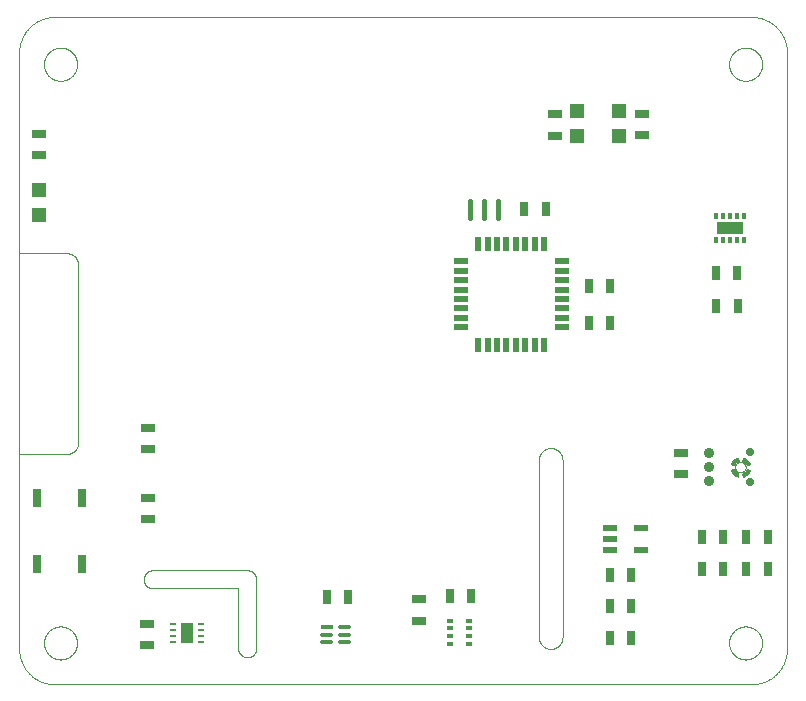
<source format=gtp>
G75*
%MOIN*%
%OFA0B0*%
%FSLAX25Y25*%
%IPPOS*%
%LPD*%
%AMOC8*
5,1,8,0,0,1.08239X$1,22.5*
%
%ADD10C,0.00000*%
%ADD11C,0.00100*%
%ADD12R,0.02200X0.05000*%
%ADD13R,0.05000X0.02200*%
%ADD14R,0.02165X0.00984*%
%ADD15R,0.03937X0.06693*%
%ADD16R,0.04134X0.01181*%
%ADD17C,0.01181*%
%ADD18R,0.04724X0.03150*%
%ADD19R,0.03150X0.04724*%
%ADD20C,0.01772*%
%ADD21R,0.04724X0.04724*%
%ADD22R,0.03000X0.06000*%
%ADD23C,0.00118*%
%ADD24C,0.02756*%
%ADD25C,0.03543*%
%ADD26R,0.04724X0.02165*%
%ADD27R,0.01378X0.02362*%
%ADD28R,0.09055X0.04331*%
%ADD29R,0.01969X0.01378*%
D10*
X0016811Y0005000D02*
X0249094Y0005000D01*
X0249379Y0005003D01*
X0249665Y0005014D01*
X0249950Y0005031D01*
X0250234Y0005055D01*
X0250518Y0005086D01*
X0250801Y0005124D01*
X0251082Y0005169D01*
X0251363Y0005220D01*
X0251643Y0005278D01*
X0251921Y0005343D01*
X0252197Y0005415D01*
X0252471Y0005493D01*
X0252744Y0005578D01*
X0253014Y0005670D01*
X0253282Y0005768D01*
X0253548Y0005872D01*
X0253811Y0005983D01*
X0254071Y0006100D01*
X0254329Y0006223D01*
X0254583Y0006353D01*
X0254834Y0006489D01*
X0255082Y0006630D01*
X0255326Y0006778D01*
X0255567Y0006931D01*
X0255803Y0007091D01*
X0256036Y0007256D01*
X0256265Y0007426D01*
X0256490Y0007602D01*
X0256710Y0007784D01*
X0256926Y0007970D01*
X0257137Y0008162D01*
X0257344Y0008359D01*
X0257546Y0008561D01*
X0257743Y0008768D01*
X0257935Y0008979D01*
X0258121Y0009195D01*
X0258303Y0009415D01*
X0258479Y0009640D01*
X0258649Y0009869D01*
X0258814Y0010102D01*
X0258974Y0010338D01*
X0259127Y0010579D01*
X0259275Y0010823D01*
X0259416Y0011071D01*
X0259552Y0011322D01*
X0259682Y0011576D01*
X0259805Y0011834D01*
X0259922Y0012094D01*
X0260033Y0012357D01*
X0260137Y0012623D01*
X0260235Y0012891D01*
X0260327Y0013161D01*
X0260412Y0013434D01*
X0260490Y0013708D01*
X0260562Y0013984D01*
X0260627Y0014262D01*
X0260685Y0014542D01*
X0260736Y0014823D01*
X0260781Y0015104D01*
X0260819Y0015387D01*
X0260850Y0015671D01*
X0260874Y0015955D01*
X0260891Y0016240D01*
X0260902Y0016526D01*
X0260905Y0016811D01*
X0260906Y0016811D02*
X0260906Y0215630D01*
X0260905Y0215630D02*
X0260902Y0215915D01*
X0260891Y0216201D01*
X0260874Y0216486D01*
X0260850Y0216770D01*
X0260819Y0217054D01*
X0260781Y0217337D01*
X0260736Y0217618D01*
X0260685Y0217899D01*
X0260627Y0218179D01*
X0260562Y0218457D01*
X0260490Y0218733D01*
X0260412Y0219007D01*
X0260327Y0219280D01*
X0260235Y0219550D01*
X0260137Y0219818D01*
X0260033Y0220084D01*
X0259922Y0220347D01*
X0259805Y0220607D01*
X0259682Y0220865D01*
X0259552Y0221119D01*
X0259416Y0221370D01*
X0259275Y0221618D01*
X0259127Y0221862D01*
X0258974Y0222103D01*
X0258814Y0222339D01*
X0258649Y0222572D01*
X0258479Y0222801D01*
X0258303Y0223026D01*
X0258121Y0223246D01*
X0257935Y0223462D01*
X0257743Y0223673D01*
X0257546Y0223880D01*
X0257344Y0224082D01*
X0257137Y0224279D01*
X0256926Y0224471D01*
X0256710Y0224657D01*
X0256490Y0224839D01*
X0256265Y0225015D01*
X0256036Y0225185D01*
X0255803Y0225350D01*
X0255567Y0225510D01*
X0255326Y0225663D01*
X0255082Y0225811D01*
X0254834Y0225952D01*
X0254583Y0226088D01*
X0254329Y0226218D01*
X0254071Y0226341D01*
X0253811Y0226458D01*
X0253548Y0226569D01*
X0253282Y0226673D01*
X0253014Y0226771D01*
X0252744Y0226863D01*
X0252471Y0226948D01*
X0252197Y0227026D01*
X0251921Y0227098D01*
X0251643Y0227163D01*
X0251363Y0227221D01*
X0251082Y0227272D01*
X0250801Y0227317D01*
X0250518Y0227355D01*
X0250234Y0227386D01*
X0249950Y0227410D01*
X0249665Y0227427D01*
X0249379Y0227438D01*
X0249094Y0227441D01*
X0016811Y0227441D01*
X0016526Y0227438D01*
X0016240Y0227427D01*
X0015955Y0227410D01*
X0015671Y0227386D01*
X0015387Y0227355D01*
X0015104Y0227317D01*
X0014823Y0227272D01*
X0014542Y0227221D01*
X0014262Y0227163D01*
X0013984Y0227098D01*
X0013708Y0227026D01*
X0013434Y0226948D01*
X0013161Y0226863D01*
X0012891Y0226771D01*
X0012623Y0226673D01*
X0012357Y0226569D01*
X0012094Y0226458D01*
X0011834Y0226341D01*
X0011576Y0226218D01*
X0011322Y0226088D01*
X0011071Y0225952D01*
X0010823Y0225811D01*
X0010579Y0225663D01*
X0010338Y0225510D01*
X0010102Y0225350D01*
X0009869Y0225185D01*
X0009640Y0225015D01*
X0009415Y0224839D01*
X0009195Y0224657D01*
X0008979Y0224471D01*
X0008768Y0224279D01*
X0008561Y0224082D01*
X0008359Y0223880D01*
X0008162Y0223673D01*
X0007970Y0223462D01*
X0007784Y0223246D01*
X0007602Y0223026D01*
X0007426Y0222801D01*
X0007256Y0222572D01*
X0007091Y0222339D01*
X0006931Y0222103D01*
X0006778Y0221862D01*
X0006630Y0221618D01*
X0006489Y0221370D01*
X0006353Y0221119D01*
X0006223Y0220865D01*
X0006100Y0220607D01*
X0005983Y0220347D01*
X0005872Y0220084D01*
X0005768Y0219818D01*
X0005670Y0219550D01*
X0005578Y0219280D01*
X0005493Y0219007D01*
X0005415Y0218733D01*
X0005343Y0218457D01*
X0005278Y0218179D01*
X0005220Y0217899D01*
X0005169Y0217618D01*
X0005124Y0217337D01*
X0005086Y0217054D01*
X0005055Y0216770D01*
X0005031Y0216486D01*
X0005014Y0216201D01*
X0005003Y0215915D01*
X0005000Y0215630D01*
X0005000Y0016811D01*
X0005003Y0016526D01*
X0005014Y0016240D01*
X0005031Y0015955D01*
X0005055Y0015671D01*
X0005086Y0015387D01*
X0005124Y0015104D01*
X0005169Y0014823D01*
X0005220Y0014542D01*
X0005278Y0014262D01*
X0005343Y0013984D01*
X0005415Y0013708D01*
X0005493Y0013434D01*
X0005578Y0013161D01*
X0005670Y0012891D01*
X0005768Y0012623D01*
X0005872Y0012357D01*
X0005983Y0012094D01*
X0006100Y0011834D01*
X0006223Y0011576D01*
X0006353Y0011322D01*
X0006489Y0011071D01*
X0006630Y0010823D01*
X0006778Y0010579D01*
X0006931Y0010338D01*
X0007091Y0010102D01*
X0007256Y0009869D01*
X0007426Y0009640D01*
X0007602Y0009415D01*
X0007784Y0009195D01*
X0007970Y0008979D01*
X0008162Y0008768D01*
X0008359Y0008561D01*
X0008561Y0008359D01*
X0008768Y0008162D01*
X0008979Y0007970D01*
X0009195Y0007784D01*
X0009415Y0007602D01*
X0009640Y0007426D01*
X0009869Y0007256D01*
X0010102Y0007091D01*
X0010338Y0006931D01*
X0010579Y0006778D01*
X0010823Y0006630D01*
X0011071Y0006489D01*
X0011322Y0006353D01*
X0011576Y0006223D01*
X0011834Y0006100D01*
X0012094Y0005983D01*
X0012357Y0005872D01*
X0012623Y0005768D01*
X0012891Y0005670D01*
X0013161Y0005578D01*
X0013434Y0005493D01*
X0013708Y0005415D01*
X0013984Y0005343D01*
X0014262Y0005278D01*
X0014542Y0005220D01*
X0014823Y0005169D01*
X0015104Y0005124D01*
X0015387Y0005086D01*
X0015671Y0005055D01*
X0015955Y0005031D01*
X0016240Y0005014D01*
X0016526Y0005003D01*
X0016811Y0005000D01*
X0013268Y0018780D02*
X0013270Y0018928D01*
X0013276Y0019076D01*
X0013286Y0019224D01*
X0013300Y0019371D01*
X0013318Y0019518D01*
X0013339Y0019664D01*
X0013365Y0019810D01*
X0013395Y0019955D01*
X0013428Y0020099D01*
X0013466Y0020242D01*
X0013507Y0020384D01*
X0013552Y0020525D01*
X0013600Y0020665D01*
X0013653Y0020804D01*
X0013709Y0020941D01*
X0013769Y0021076D01*
X0013832Y0021210D01*
X0013899Y0021342D01*
X0013970Y0021472D01*
X0014044Y0021600D01*
X0014121Y0021726D01*
X0014202Y0021850D01*
X0014286Y0021972D01*
X0014373Y0022091D01*
X0014464Y0022208D01*
X0014558Y0022323D01*
X0014654Y0022435D01*
X0014754Y0022545D01*
X0014856Y0022651D01*
X0014962Y0022755D01*
X0015070Y0022856D01*
X0015181Y0022954D01*
X0015294Y0023050D01*
X0015410Y0023142D01*
X0015528Y0023231D01*
X0015649Y0023316D01*
X0015772Y0023399D01*
X0015897Y0023478D01*
X0016024Y0023554D01*
X0016153Y0023626D01*
X0016284Y0023695D01*
X0016417Y0023760D01*
X0016552Y0023821D01*
X0016688Y0023879D01*
X0016825Y0023934D01*
X0016964Y0023984D01*
X0017105Y0024031D01*
X0017246Y0024074D01*
X0017389Y0024114D01*
X0017533Y0024149D01*
X0017677Y0024181D01*
X0017823Y0024208D01*
X0017969Y0024232D01*
X0018116Y0024252D01*
X0018263Y0024268D01*
X0018410Y0024280D01*
X0018558Y0024288D01*
X0018706Y0024292D01*
X0018854Y0024292D01*
X0019002Y0024288D01*
X0019150Y0024280D01*
X0019297Y0024268D01*
X0019444Y0024252D01*
X0019591Y0024232D01*
X0019737Y0024208D01*
X0019883Y0024181D01*
X0020027Y0024149D01*
X0020171Y0024114D01*
X0020314Y0024074D01*
X0020455Y0024031D01*
X0020596Y0023984D01*
X0020735Y0023934D01*
X0020872Y0023879D01*
X0021008Y0023821D01*
X0021143Y0023760D01*
X0021276Y0023695D01*
X0021407Y0023626D01*
X0021536Y0023554D01*
X0021663Y0023478D01*
X0021788Y0023399D01*
X0021911Y0023316D01*
X0022032Y0023231D01*
X0022150Y0023142D01*
X0022266Y0023050D01*
X0022379Y0022954D01*
X0022490Y0022856D01*
X0022598Y0022755D01*
X0022704Y0022651D01*
X0022806Y0022545D01*
X0022906Y0022435D01*
X0023002Y0022323D01*
X0023096Y0022208D01*
X0023187Y0022091D01*
X0023274Y0021972D01*
X0023358Y0021850D01*
X0023439Y0021726D01*
X0023516Y0021600D01*
X0023590Y0021472D01*
X0023661Y0021342D01*
X0023728Y0021210D01*
X0023791Y0021076D01*
X0023851Y0020941D01*
X0023907Y0020804D01*
X0023960Y0020665D01*
X0024008Y0020525D01*
X0024053Y0020384D01*
X0024094Y0020242D01*
X0024132Y0020099D01*
X0024165Y0019955D01*
X0024195Y0019810D01*
X0024221Y0019664D01*
X0024242Y0019518D01*
X0024260Y0019371D01*
X0024274Y0019224D01*
X0024284Y0019076D01*
X0024290Y0018928D01*
X0024292Y0018780D01*
X0024290Y0018632D01*
X0024284Y0018484D01*
X0024274Y0018336D01*
X0024260Y0018189D01*
X0024242Y0018042D01*
X0024221Y0017896D01*
X0024195Y0017750D01*
X0024165Y0017605D01*
X0024132Y0017461D01*
X0024094Y0017318D01*
X0024053Y0017176D01*
X0024008Y0017035D01*
X0023960Y0016895D01*
X0023907Y0016756D01*
X0023851Y0016619D01*
X0023791Y0016484D01*
X0023728Y0016350D01*
X0023661Y0016218D01*
X0023590Y0016088D01*
X0023516Y0015960D01*
X0023439Y0015834D01*
X0023358Y0015710D01*
X0023274Y0015588D01*
X0023187Y0015469D01*
X0023096Y0015352D01*
X0023002Y0015237D01*
X0022906Y0015125D01*
X0022806Y0015015D01*
X0022704Y0014909D01*
X0022598Y0014805D01*
X0022490Y0014704D01*
X0022379Y0014606D01*
X0022266Y0014510D01*
X0022150Y0014418D01*
X0022032Y0014329D01*
X0021911Y0014244D01*
X0021788Y0014161D01*
X0021663Y0014082D01*
X0021536Y0014006D01*
X0021407Y0013934D01*
X0021276Y0013865D01*
X0021143Y0013800D01*
X0021008Y0013739D01*
X0020872Y0013681D01*
X0020735Y0013626D01*
X0020596Y0013576D01*
X0020455Y0013529D01*
X0020314Y0013486D01*
X0020171Y0013446D01*
X0020027Y0013411D01*
X0019883Y0013379D01*
X0019737Y0013352D01*
X0019591Y0013328D01*
X0019444Y0013308D01*
X0019297Y0013292D01*
X0019150Y0013280D01*
X0019002Y0013272D01*
X0018854Y0013268D01*
X0018706Y0013268D01*
X0018558Y0013272D01*
X0018410Y0013280D01*
X0018263Y0013292D01*
X0018116Y0013308D01*
X0017969Y0013328D01*
X0017823Y0013352D01*
X0017677Y0013379D01*
X0017533Y0013411D01*
X0017389Y0013446D01*
X0017246Y0013486D01*
X0017105Y0013529D01*
X0016964Y0013576D01*
X0016825Y0013626D01*
X0016688Y0013681D01*
X0016552Y0013739D01*
X0016417Y0013800D01*
X0016284Y0013865D01*
X0016153Y0013934D01*
X0016024Y0014006D01*
X0015897Y0014082D01*
X0015772Y0014161D01*
X0015649Y0014244D01*
X0015528Y0014329D01*
X0015410Y0014418D01*
X0015294Y0014510D01*
X0015181Y0014606D01*
X0015070Y0014704D01*
X0014962Y0014805D01*
X0014856Y0014909D01*
X0014754Y0015015D01*
X0014654Y0015125D01*
X0014558Y0015237D01*
X0014464Y0015352D01*
X0014373Y0015469D01*
X0014286Y0015588D01*
X0014202Y0015710D01*
X0014121Y0015834D01*
X0014044Y0015960D01*
X0013970Y0016088D01*
X0013899Y0016218D01*
X0013832Y0016350D01*
X0013769Y0016484D01*
X0013709Y0016619D01*
X0013653Y0016756D01*
X0013600Y0016895D01*
X0013552Y0017035D01*
X0013507Y0017176D01*
X0013466Y0017318D01*
X0013428Y0017461D01*
X0013395Y0017605D01*
X0013365Y0017750D01*
X0013339Y0017896D01*
X0013318Y0018042D01*
X0013300Y0018189D01*
X0013286Y0018336D01*
X0013276Y0018484D01*
X0013270Y0018632D01*
X0013268Y0018780D01*
X0005000Y0053000D02*
X0005000Y0128000D01*
X0024685Y0144764D02*
X0024683Y0144888D01*
X0024677Y0145011D01*
X0024668Y0145135D01*
X0024654Y0145257D01*
X0024637Y0145380D01*
X0024615Y0145502D01*
X0024590Y0145623D01*
X0024561Y0145743D01*
X0024529Y0145862D01*
X0024492Y0145981D01*
X0024452Y0146098D01*
X0024409Y0146213D01*
X0024361Y0146328D01*
X0024310Y0146440D01*
X0024256Y0146551D01*
X0024198Y0146661D01*
X0024137Y0146768D01*
X0024072Y0146874D01*
X0024004Y0146977D01*
X0023933Y0147078D01*
X0023859Y0147177D01*
X0023782Y0147274D01*
X0023701Y0147368D01*
X0023618Y0147459D01*
X0023532Y0147548D01*
X0023443Y0147634D01*
X0023352Y0147717D01*
X0023258Y0147798D01*
X0023161Y0147875D01*
X0023062Y0147949D01*
X0022961Y0148020D01*
X0022858Y0148088D01*
X0022752Y0148153D01*
X0022645Y0148214D01*
X0022535Y0148272D01*
X0022424Y0148326D01*
X0022312Y0148377D01*
X0022197Y0148425D01*
X0022082Y0148468D01*
X0021965Y0148508D01*
X0021846Y0148545D01*
X0021727Y0148577D01*
X0021607Y0148606D01*
X0021486Y0148631D01*
X0021364Y0148653D01*
X0021241Y0148670D01*
X0021119Y0148684D01*
X0020995Y0148693D01*
X0020872Y0148699D01*
X0020748Y0148701D01*
X0005000Y0148701D01*
X0024685Y0144764D02*
X0024685Y0085709D01*
X0024683Y0085585D01*
X0024677Y0085462D01*
X0024668Y0085338D01*
X0024654Y0085216D01*
X0024637Y0085093D01*
X0024615Y0084971D01*
X0024590Y0084850D01*
X0024561Y0084730D01*
X0024529Y0084611D01*
X0024492Y0084492D01*
X0024452Y0084375D01*
X0024409Y0084260D01*
X0024361Y0084145D01*
X0024310Y0084033D01*
X0024256Y0083922D01*
X0024198Y0083812D01*
X0024137Y0083705D01*
X0024072Y0083599D01*
X0024004Y0083496D01*
X0023933Y0083395D01*
X0023859Y0083296D01*
X0023782Y0083199D01*
X0023701Y0083105D01*
X0023618Y0083014D01*
X0023532Y0082925D01*
X0023443Y0082839D01*
X0023352Y0082756D01*
X0023258Y0082675D01*
X0023161Y0082598D01*
X0023062Y0082524D01*
X0022961Y0082453D01*
X0022858Y0082385D01*
X0022752Y0082320D01*
X0022645Y0082259D01*
X0022535Y0082201D01*
X0022424Y0082147D01*
X0022312Y0082096D01*
X0022197Y0082048D01*
X0022082Y0082005D01*
X0021965Y0081965D01*
X0021846Y0081928D01*
X0021727Y0081896D01*
X0021607Y0081867D01*
X0021486Y0081842D01*
X0021364Y0081820D01*
X0021241Y0081803D01*
X0021119Y0081789D01*
X0020995Y0081780D01*
X0020872Y0081774D01*
X0020748Y0081772D01*
X0005394Y0081772D01*
X0005000Y0082000D02*
X0005000Y0082500D01*
X0013268Y0211693D02*
X0013270Y0211841D01*
X0013276Y0211989D01*
X0013286Y0212137D01*
X0013300Y0212284D01*
X0013318Y0212431D01*
X0013339Y0212577D01*
X0013365Y0212723D01*
X0013395Y0212868D01*
X0013428Y0213012D01*
X0013466Y0213155D01*
X0013507Y0213297D01*
X0013552Y0213438D01*
X0013600Y0213578D01*
X0013653Y0213717D01*
X0013709Y0213854D01*
X0013769Y0213989D01*
X0013832Y0214123D01*
X0013899Y0214255D01*
X0013970Y0214385D01*
X0014044Y0214513D01*
X0014121Y0214639D01*
X0014202Y0214763D01*
X0014286Y0214885D01*
X0014373Y0215004D01*
X0014464Y0215121D01*
X0014558Y0215236D01*
X0014654Y0215348D01*
X0014754Y0215458D01*
X0014856Y0215564D01*
X0014962Y0215668D01*
X0015070Y0215769D01*
X0015181Y0215867D01*
X0015294Y0215963D01*
X0015410Y0216055D01*
X0015528Y0216144D01*
X0015649Y0216229D01*
X0015772Y0216312D01*
X0015897Y0216391D01*
X0016024Y0216467D01*
X0016153Y0216539D01*
X0016284Y0216608D01*
X0016417Y0216673D01*
X0016552Y0216734D01*
X0016688Y0216792D01*
X0016825Y0216847D01*
X0016964Y0216897D01*
X0017105Y0216944D01*
X0017246Y0216987D01*
X0017389Y0217027D01*
X0017533Y0217062D01*
X0017677Y0217094D01*
X0017823Y0217121D01*
X0017969Y0217145D01*
X0018116Y0217165D01*
X0018263Y0217181D01*
X0018410Y0217193D01*
X0018558Y0217201D01*
X0018706Y0217205D01*
X0018854Y0217205D01*
X0019002Y0217201D01*
X0019150Y0217193D01*
X0019297Y0217181D01*
X0019444Y0217165D01*
X0019591Y0217145D01*
X0019737Y0217121D01*
X0019883Y0217094D01*
X0020027Y0217062D01*
X0020171Y0217027D01*
X0020314Y0216987D01*
X0020455Y0216944D01*
X0020596Y0216897D01*
X0020735Y0216847D01*
X0020872Y0216792D01*
X0021008Y0216734D01*
X0021143Y0216673D01*
X0021276Y0216608D01*
X0021407Y0216539D01*
X0021536Y0216467D01*
X0021663Y0216391D01*
X0021788Y0216312D01*
X0021911Y0216229D01*
X0022032Y0216144D01*
X0022150Y0216055D01*
X0022266Y0215963D01*
X0022379Y0215867D01*
X0022490Y0215769D01*
X0022598Y0215668D01*
X0022704Y0215564D01*
X0022806Y0215458D01*
X0022906Y0215348D01*
X0023002Y0215236D01*
X0023096Y0215121D01*
X0023187Y0215004D01*
X0023274Y0214885D01*
X0023358Y0214763D01*
X0023439Y0214639D01*
X0023516Y0214513D01*
X0023590Y0214385D01*
X0023661Y0214255D01*
X0023728Y0214123D01*
X0023791Y0213989D01*
X0023851Y0213854D01*
X0023907Y0213717D01*
X0023960Y0213578D01*
X0024008Y0213438D01*
X0024053Y0213297D01*
X0024094Y0213155D01*
X0024132Y0213012D01*
X0024165Y0212868D01*
X0024195Y0212723D01*
X0024221Y0212577D01*
X0024242Y0212431D01*
X0024260Y0212284D01*
X0024274Y0212137D01*
X0024284Y0211989D01*
X0024290Y0211841D01*
X0024292Y0211693D01*
X0024290Y0211545D01*
X0024284Y0211397D01*
X0024274Y0211249D01*
X0024260Y0211102D01*
X0024242Y0210955D01*
X0024221Y0210809D01*
X0024195Y0210663D01*
X0024165Y0210518D01*
X0024132Y0210374D01*
X0024094Y0210231D01*
X0024053Y0210089D01*
X0024008Y0209948D01*
X0023960Y0209808D01*
X0023907Y0209669D01*
X0023851Y0209532D01*
X0023791Y0209397D01*
X0023728Y0209263D01*
X0023661Y0209131D01*
X0023590Y0209001D01*
X0023516Y0208873D01*
X0023439Y0208747D01*
X0023358Y0208623D01*
X0023274Y0208501D01*
X0023187Y0208382D01*
X0023096Y0208265D01*
X0023002Y0208150D01*
X0022906Y0208038D01*
X0022806Y0207928D01*
X0022704Y0207822D01*
X0022598Y0207718D01*
X0022490Y0207617D01*
X0022379Y0207519D01*
X0022266Y0207423D01*
X0022150Y0207331D01*
X0022032Y0207242D01*
X0021911Y0207157D01*
X0021788Y0207074D01*
X0021663Y0206995D01*
X0021536Y0206919D01*
X0021407Y0206847D01*
X0021276Y0206778D01*
X0021143Y0206713D01*
X0021008Y0206652D01*
X0020872Y0206594D01*
X0020735Y0206539D01*
X0020596Y0206489D01*
X0020455Y0206442D01*
X0020314Y0206399D01*
X0020171Y0206359D01*
X0020027Y0206324D01*
X0019883Y0206292D01*
X0019737Y0206265D01*
X0019591Y0206241D01*
X0019444Y0206221D01*
X0019297Y0206205D01*
X0019150Y0206193D01*
X0019002Y0206185D01*
X0018854Y0206181D01*
X0018706Y0206181D01*
X0018558Y0206185D01*
X0018410Y0206193D01*
X0018263Y0206205D01*
X0018116Y0206221D01*
X0017969Y0206241D01*
X0017823Y0206265D01*
X0017677Y0206292D01*
X0017533Y0206324D01*
X0017389Y0206359D01*
X0017246Y0206399D01*
X0017105Y0206442D01*
X0016964Y0206489D01*
X0016825Y0206539D01*
X0016688Y0206594D01*
X0016552Y0206652D01*
X0016417Y0206713D01*
X0016284Y0206778D01*
X0016153Y0206847D01*
X0016024Y0206919D01*
X0015897Y0206995D01*
X0015772Y0207074D01*
X0015649Y0207157D01*
X0015528Y0207242D01*
X0015410Y0207331D01*
X0015294Y0207423D01*
X0015181Y0207519D01*
X0015070Y0207617D01*
X0014962Y0207718D01*
X0014856Y0207822D01*
X0014754Y0207928D01*
X0014654Y0208038D01*
X0014558Y0208150D01*
X0014464Y0208265D01*
X0014373Y0208382D01*
X0014286Y0208501D01*
X0014202Y0208623D01*
X0014121Y0208747D01*
X0014044Y0208873D01*
X0013970Y0209001D01*
X0013899Y0209131D01*
X0013832Y0209263D01*
X0013769Y0209397D01*
X0013709Y0209532D01*
X0013653Y0209669D01*
X0013600Y0209808D01*
X0013552Y0209948D01*
X0013507Y0210089D01*
X0013466Y0210231D01*
X0013428Y0210374D01*
X0013395Y0210518D01*
X0013365Y0210663D01*
X0013339Y0210809D01*
X0013318Y0210955D01*
X0013300Y0211102D01*
X0013286Y0211249D01*
X0013276Y0211397D01*
X0013270Y0211545D01*
X0013268Y0211693D01*
X0178228Y0079803D02*
X0178228Y0020748D01*
X0178230Y0020624D01*
X0178236Y0020501D01*
X0178245Y0020377D01*
X0178259Y0020255D01*
X0178276Y0020132D01*
X0178298Y0020010D01*
X0178323Y0019889D01*
X0178352Y0019769D01*
X0178384Y0019650D01*
X0178421Y0019531D01*
X0178461Y0019414D01*
X0178504Y0019299D01*
X0178552Y0019184D01*
X0178603Y0019072D01*
X0178657Y0018961D01*
X0178715Y0018851D01*
X0178776Y0018744D01*
X0178841Y0018638D01*
X0178909Y0018535D01*
X0178980Y0018434D01*
X0179054Y0018335D01*
X0179131Y0018238D01*
X0179212Y0018144D01*
X0179295Y0018053D01*
X0179381Y0017964D01*
X0179470Y0017878D01*
X0179561Y0017795D01*
X0179655Y0017714D01*
X0179752Y0017637D01*
X0179851Y0017563D01*
X0179952Y0017492D01*
X0180055Y0017424D01*
X0180161Y0017359D01*
X0180268Y0017298D01*
X0180378Y0017240D01*
X0180489Y0017186D01*
X0180601Y0017135D01*
X0180716Y0017087D01*
X0180831Y0017044D01*
X0180948Y0017004D01*
X0181067Y0016967D01*
X0181186Y0016935D01*
X0181306Y0016906D01*
X0181427Y0016881D01*
X0181549Y0016859D01*
X0181672Y0016842D01*
X0181794Y0016828D01*
X0181918Y0016819D01*
X0182041Y0016813D01*
X0182165Y0016811D01*
X0182289Y0016813D01*
X0182412Y0016819D01*
X0182536Y0016828D01*
X0182658Y0016842D01*
X0182781Y0016859D01*
X0182903Y0016881D01*
X0183024Y0016906D01*
X0183144Y0016935D01*
X0183263Y0016967D01*
X0183382Y0017004D01*
X0183499Y0017044D01*
X0183614Y0017087D01*
X0183729Y0017135D01*
X0183841Y0017186D01*
X0183952Y0017240D01*
X0184062Y0017298D01*
X0184169Y0017359D01*
X0184275Y0017424D01*
X0184378Y0017492D01*
X0184479Y0017563D01*
X0184578Y0017637D01*
X0184675Y0017714D01*
X0184769Y0017795D01*
X0184860Y0017878D01*
X0184949Y0017964D01*
X0185035Y0018053D01*
X0185118Y0018144D01*
X0185199Y0018238D01*
X0185276Y0018335D01*
X0185350Y0018434D01*
X0185421Y0018535D01*
X0185489Y0018638D01*
X0185554Y0018744D01*
X0185615Y0018851D01*
X0185673Y0018961D01*
X0185727Y0019072D01*
X0185778Y0019184D01*
X0185826Y0019299D01*
X0185869Y0019414D01*
X0185909Y0019531D01*
X0185946Y0019650D01*
X0185978Y0019769D01*
X0186007Y0019889D01*
X0186032Y0020010D01*
X0186054Y0020132D01*
X0186071Y0020255D01*
X0186085Y0020377D01*
X0186094Y0020501D01*
X0186100Y0020624D01*
X0186102Y0020748D01*
X0186102Y0079803D01*
X0186100Y0079927D01*
X0186094Y0080050D01*
X0186085Y0080174D01*
X0186071Y0080296D01*
X0186054Y0080419D01*
X0186032Y0080541D01*
X0186007Y0080662D01*
X0185978Y0080782D01*
X0185946Y0080901D01*
X0185909Y0081020D01*
X0185869Y0081137D01*
X0185826Y0081252D01*
X0185778Y0081367D01*
X0185727Y0081479D01*
X0185673Y0081590D01*
X0185615Y0081700D01*
X0185554Y0081807D01*
X0185489Y0081913D01*
X0185421Y0082016D01*
X0185350Y0082117D01*
X0185276Y0082216D01*
X0185199Y0082313D01*
X0185118Y0082407D01*
X0185035Y0082498D01*
X0184949Y0082587D01*
X0184860Y0082673D01*
X0184769Y0082756D01*
X0184675Y0082837D01*
X0184578Y0082914D01*
X0184479Y0082988D01*
X0184378Y0083059D01*
X0184275Y0083127D01*
X0184169Y0083192D01*
X0184062Y0083253D01*
X0183952Y0083311D01*
X0183841Y0083365D01*
X0183729Y0083416D01*
X0183614Y0083464D01*
X0183499Y0083507D01*
X0183382Y0083547D01*
X0183263Y0083584D01*
X0183144Y0083616D01*
X0183024Y0083645D01*
X0182903Y0083670D01*
X0182781Y0083692D01*
X0182658Y0083709D01*
X0182536Y0083723D01*
X0182412Y0083732D01*
X0182289Y0083738D01*
X0182165Y0083740D01*
X0182041Y0083738D01*
X0181918Y0083732D01*
X0181794Y0083723D01*
X0181672Y0083709D01*
X0181549Y0083692D01*
X0181427Y0083670D01*
X0181306Y0083645D01*
X0181186Y0083616D01*
X0181067Y0083584D01*
X0180948Y0083547D01*
X0180831Y0083507D01*
X0180716Y0083464D01*
X0180601Y0083416D01*
X0180489Y0083365D01*
X0180378Y0083311D01*
X0180268Y0083253D01*
X0180161Y0083192D01*
X0180055Y0083127D01*
X0179952Y0083059D01*
X0179851Y0082988D01*
X0179752Y0082914D01*
X0179655Y0082837D01*
X0179561Y0082756D01*
X0179470Y0082673D01*
X0179381Y0082587D01*
X0179295Y0082498D01*
X0179212Y0082407D01*
X0179131Y0082313D01*
X0179054Y0082216D01*
X0178980Y0082117D01*
X0178909Y0082016D01*
X0178841Y0081913D01*
X0178776Y0081807D01*
X0178715Y0081700D01*
X0178657Y0081590D01*
X0178603Y0081479D01*
X0178552Y0081367D01*
X0178504Y0081252D01*
X0178461Y0081137D01*
X0178421Y0081020D01*
X0178384Y0080901D01*
X0178352Y0080782D01*
X0178323Y0080662D01*
X0178298Y0080541D01*
X0178276Y0080419D01*
X0178259Y0080296D01*
X0178245Y0080174D01*
X0178236Y0080050D01*
X0178230Y0079927D01*
X0178228Y0079803D01*
X0243628Y0077400D02*
X0243630Y0077484D01*
X0243636Y0077567D01*
X0243646Y0077650D01*
X0243660Y0077733D01*
X0243677Y0077815D01*
X0243699Y0077896D01*
X0243724Y0077975D01*
X0243753Y0078054D01*
X0243786Y0078131D01*
X0243822Y0078206D01*
X0243862Y0078280D01*
X0243905Y0078352D01*
X0243952Y0078421D01*
X0244002Y0078488D01*
X0244055Y0078553D01*
X0244111Y0078615D01*
X0244169Y0078675D01*
X0244231Y0078732D01*
X0244295Y0078785D01*
X0244362Y0078836D01*
X0244431Y0078883D01*
X0244502Y0078928D01*
X0244575Y0078968D01*
X0244650Y0079005D01*
X0244727Y0079039D01*
X0244805Y0079069D01*
X0244884Y0079095D01*
X0244965Y0079118D01*
X0245047Y0079136D01*
X0245129Y0079151D01*
X0245212Y0079162D01*
X0245295Y0079169D01*
X0245379Y0079172D01*
X0245463Y0079171D01*
X0245546Y0079166D01*
X0245630Y0079157D01*
X0245712Y0079144D01*
X0245794Y0079128D01*
X0245875Y0079107D01*
X0245956Y0079083D01*
X0246034Y0079055D01*
X0246112Y0079023D01*
X0246188Y0078987D01*
X0246262Y0078948D01*
X0246334Y0078906D01*
X0246404Y0078860D01*
X0246472Y0078811D01*
X0246537Y0078759D01*
X0246600Y0078704D01*
X0246660Y0078646D01*
X0246718Y0078585D01*
X0246772Y0078521D01*
X0246824Y0078455D01*
X0246872Y0078387D01*
X0246917Y0078316D01*
X0246958Y0078243D01*
X0246997Y0078169D01*
X0247031Y0078093D01*
X0247062Y0078015D01*
X0247089Y0077936D01*
X0247113Y0077855D01*
X0247132Y0077774D01*
X0247148Y0077692D01*
X0247160Y0077609D01*
X0247168Y0077525D01*
X0247172Y0077442D01*
X0247172Y0077358D01*
X0247168Y0077275D01*
X0247160Y0077191D01*
X0247148Y0077108D01*
X0247132Y0077026D01*
X0247113Y0076945D01*
X0247089Y0076864D01*
X0247062Y0076785D01*
X0247031Y0076707D01*
X0246997Y0076631D01*
X0246958Y0076557D01*
X0246917Y0076484D01*
X0246872Y0076413D01*
X0246824Y0076345D01*
X0246772Y0076279D01*
X0246718Y0076215D01*
X0246660Y0076154D01*
X0246600Y0076096D01*
X0246537Y0076041D01*
X0246472Y0075989D01*
X0246404Y0075940D01*
X0246334Y0075894D01*
X0246262Y0075852D01*
X0246188Y0075813D01*
X0246112Y0075777D01*
X0246034Y0075745D01*
X0245956Y0075717D01*
X0245875Y0075693D01*
X0245794Y0075672D01*
X0245712Y0075656D01*
X0245630Y0075643D01*
X0245546Y0075634D01*
X0245463Y0075629D01*
X0245379Y0075628D01*
X0245295Y0075631D01*
X0245212Y0075638D01*
X0245129Y0075649D01*
X0245047Y0075664D01*
X0244965Y0075682D01*
X0244884Y0075705D01*
X0244805Y0075731D01*
X0244727Y0075761D01*
X0244650Y0075795D01*
X0244575Y0075832D01*
X0244502Y0075872D01*
X0244431Y0075917D01*
X0244362Y0075964D01*
X0244295Y0076015D01*
X0244231Y0076068D01*
X0244169Y0076125D01*
X0244111Y0076185D01*
X0244055Y0076247D01*
X0244002Y0076312D01*
X0243952Y0076379D01*
X0243905Y0076448D01*
X0243862Y0076520D01*
X0243822Y0076594D01*
X0243786Y0076669D01*
X0243753Y0076746D01*
X0243724Y0076825D01*
X0243699Y0076904D01*
X0243677Y0076985D01*
X0243660Y0077067D01*
X0243646Y0077150D01*
X0243636Y0077233D01*
X0243630Y0077316D01*
X0243628Y0077400D01*
X0241614Y0018780D02*
X0241616Y0018928D01*
X0241622Y0019076D01*
X0241632Y0019224D01*
X0241646Y0019371D01*
X0241664Y0019518D01*
X0241685Y0019664D01*
X0241711Y0019810D01*
X0241741Y0019955D01*
X0241774Y0020099D01*
X0241812Y0020242D01*
X0241853Y0020384D01*
X0241898Y0020525D01*
X0241946Y0020665D01*
X0241999Y0020804D01*
X0242055Y0020941D01*
X0242115Y0021076D01*
X0242178Y0021210D01*
X0242245Y0021342D01*
X0242316Y0021472D01*
X0242390Y0021600D01*
X0242467Y0021726D01*
X0242548Y0021850D01*
X0242632Y0021972D01*
X0242719Y0022091D01*
X0242810Y0022208D01*
X0242904Y0022323D01*
X0243000Y0022435D01*
X0243100Y0022545D01*
X0243202Y0022651D01*
X0243308Y0022755D01*
X0243416Y0022856D01*
X0243527Y0022954D01*
X0243640Y0023050D01*
X0243756Y0023142D01*
X0243874Y0023231D01*
X0243995Y0023316D01*
X0244118Y0023399D01*
X0244243Y0023478D01*
X0244370Y0023554D01*
X0244499Y0023626D01*
X0244630Y0023695D01*
X0244763Y0023760D01*
X0244898Y0023821D01*
X0245034Y0023879D01*
X0245171Y0023934D01*
X0245310Y0023984D01*
X0245451Y0024031D01*
X0245592Y0024074D01*
X0245735Y0024114D01*
X0245879Y0024149D01*
X0246023Y0024181D01*
X0246169Y0024208D01*
X0246315Y0024232D01*
X0246462Y0024252D01*
X0246609Y0024268D01*
X0246756Y0024280D01*
X0246904Y0024288D01*
X0247052Y0024292D01*
X0247200Y0024292D01*
X0247348Y0024288D01*
X0247496Y0024280D01*
X0247643Y0024268D01*
X0247790Y0024252D01*
X0247937Y0024232D01*
X0248083Y0024208D01*
X0248229Y0024181D01*
X0248373Y0024149D01*
X0248517Y0024114D01*
X0248660Y0024074D01*
X0248801Y0024031D01*
X0248942Y0023984D01*
X0249081Y0023934D01*
X0249218Y0023879D01*
X0249354Y0023821D01*
X0249489Y0023760D01*
X0249622Y0023695D01*
X0249753Y0023626D01*
X0249882Y0023554D01*
X0250009Y0023478D01*
X0250134Y0023399D01*
X0250257Y0023316D01*
X0250378Y0023231D01*
X0250496Y0023142D01*
X0250612Y0023050D01*
X0250725Y0022954D01*
X0250836Y0022856D01*
X0250944Y0022755D01*
X0251050Y0022651D01*
X0251152Y0022545D01*
X0251252Y0022435D01*
X0251348Y0022323D01*
X0251442Y0022208D01*
X0251533Y0022091D01*
X0251620Y0021972D01*
X0251704Y0021850D01*
X0251785Y0021726D01*
X0251862Y0021600D01*
X0251936Y0021472D01*
X0252007Y0021342D01*
X0252074Y0021210D01*
X0252137Y0021076D01*
X0252197Y0020941D01*
X0252253Y0020804D01*
X0252306Y0020665D01*
X0252354Y0020525D01*
X0252399Y0020384D01*
X0252440Y0020242D01*
X0252478Y0020099D01*
X0252511Y0019955D01*
X0252541Y0019810D01*
X0252567Y0019664D01*
X0252588Y0019518D01*
X0252606Y0019371D01*
X0252620Y0019224D01*
X0252630Y0019076D01*
X0252636Y0018928D01*
X0252638Y0018780D01*
X0252636Y0018632D01*
X0252630Y0018484D01*
X0252620Y0018336D01*
X0252606Y0018189D01*
X0252588Y0018042D01*
X0252567Y0017896D01*
X0252541Y0017750D01*
X0252511Y0017605D01*
X0252478Y0017461D01*
X0252440Y0017318D01*
X0252399Y0017176D01*
X0252354Y0017035D01*
X0252306Y0016895D01*
X0252253Y0016756D01*
X0252197Y0016619D01*
X0252137Y0016484D01*
X0252074Y0016350D01*
X0252007Y0016218D01*
X0251936Y0016088D01*
X0251862Y0015960D01*
X0251785Y0015834D01*
X0251704Y0015710D01*
X0251620Y0015588D01*
X0251533Y0015469D01*
X0251442Y0015352D01*
X0251348Y0015237D01*
X0251252Y0015125D01*
X0251152Y0015015D01*
X0251050Y0014909D01*
X0250944Y0014805D01*
X0250836Y0014704D01*
X0250725Y0014606D01*
X0250612Y0014510D01*
X0250496Y0014418D01*
X0250378Y0014329D01*
X0250257Y0014244D01*
X0250134Y0014161D01*
X0250009Y0014082D01*
X0249882Y0014006D01*
X0249753Y0013934D01*
X0249622Y0013865D01*
X0249489Y0013800D01*
X0249354Y0013739D01*
X0249218Y0013681D01*
X0249081Y0013626D01*
X0248942Y0013576D01*
X0248801Y0013529D01*
X0248660Y0013486D01*
X0248517Y0013446D01*
X0248373Y0013411D01*
X0248229Y0013379D01*
X0248083Y0013352D01*
X0247937Y0013328D01*
X0247790Y0013308D01*
X0247643Y0013292D01*
X0247496Y0013280D01*
X0247348Y0013272D01*
X0247200Y0013268D01*
X0247052Y0013268D01*
X0246904Y0013272D01*
X0246756Y0013280D01*
X0246609Y0013292D01*
X0246462Y0013308D01*
X0246315Y0013328D01*
X0246169Y0013352D01*
X0246023Y0013379D01*
X0245879Y0013411D01*
X0245735Y0013446D01*
X0245592Y0013486D01*
X0245451Y0013529D01*
X0245310Y0013576D01*
X0245171Y0013626D01*
X0245034Y0013681D01*
X0244898Y0013739D01*
X0244763Y0013800D01*
X0244630Y0013865D01*
X0244499Y0013934D01*
X0244370Y0014006D01*
X0244243Y0014082D01*
X0244118Y0014161D01*
X0243995Y0014244D01*
X0243874Y0014329D01*
X0243756Y0014418D01*
X0243640Y0014510D01*
X0243527Y0014606D01*
X0243416Y0014704D01*
X0243308Y0014805D01*
X0243202Y0014909D01*
X0243100Y0015015D01*
X0243000Y0015125D01*
X0242904Y0015237D01*
X0242810Y0015352D01*
X0242719Y0015469D01*
X0242632Y0015588D01*
X0242548Y0015710D01*
X0242467Y0015834D01*
X0242390Y0015960D01*
X0242316Y0016088D01*
X0242245Y0016218D01*
X0242178Y0016350D01*
X0242115Y0016484D01*
X0242055Y0016619D01*
X0241999Y0016756D01*
X0241946Y0016895D01*
X0241898Y0017035D01*
X0241853Y0017176D01*
X0241812Y0017318D01*
X0241774Y0017461D01*
X0241741Y0017605D01*
X0241711Y0017750D01*
X0241685Y0017896D01*
X0241664Y0018042D01*
X0241646Y0018189D01*
X0241632Y0018336D01*
X0241622Y0018484D01*
X0241616Y0018632D01*
X0241614Y0018780D01*
X0241614Y0211693D02*
X0241616Y0211841D01*
X0241622Y0211989D01*
X0241632Y0212137D01*
X0241646Y0212284D01*
X0241664Y0212431D01*
X0241685Y0212577D01*
X0241711Y0212723D01*
X0241741Y0212868D01*
X0241774Y0213012D01*
X0241812Y0213155D01*
X0241853Y0213297D01*
X0241898Y0213438D01*
X0241946Y0213578D01*
X0241999Y0213717D01*
X0242055Y0213854D01*
X0242115Y0213989D01*
X0242178Y0214123D01*
X0242245Y0214255D01*
X0242316Y0214385D01*
X0242390Y0214513D01*
X0242467Y0214639D01*
X0242548Y0214763D01*
X0242632Y0214885D01*
X0242719Y0215004D01*
X0242810Y0215121D01*
X0242904Y0215236D01*
X0243000Y0215348D01*
X0243100Y0215458D01*
X0243202Y0215564D01*
X0243308Y0215668D01*
X0243416Y0215769D01*
X0243527Y0215867D01*
X0243640Y0215963D01*
X0243756Y0216055D01*
X0243874Y0216144D01*
X0243995Y0216229D01*
X0244118Y0216312D01*
X0244243Y0216391D01*
X0244370Y0216467D01*
X0244499Y0216539D01*
X0244630Y0216608D01*
X0244763Y0216673D01*
X0244898Y0216734D01*
X0245034Y0216792D01*
X0245171Y0216847D01*
X0245310Y0216897D01*
X0245451Y0216944D01*
X0245592Y0216987D01*
X0245735Y0217027D01*
X0245879Y0217062D01*
X0246023Y0217094D01*
X0246169Y0217121D01*
X0246315Y0217145D01*
X0246462Y0217165D01*
X0246609Y0217181D01*
X0246756Y0217193D01*
X0246904Y0217201D01*
X0247052Y0217205D01*
X0247200Y0217205D01*
X0247348Y0217201D01*
X0247496Y0217193D01*
X0247643Y0217181D01*
X0247790Y0217165D01*
X0247937Y0217145D01*
X0248083Y0217121D01*
X0248229Y0217094D01*
X0248373Y0217062D01*
X0248517Y0217027D01*
X0248660Y0216987D01*
X0248801Y0216944D01*
X0248942Y0216897D01*
X0249081Y0216847D01*
X0249218Y0216792D01*
X0249354Y0216734D01*
X0249489Y0216673D01*
X0249622Y0216608D01*
X0249753Y0216539D01*
X0249882Y0216467D01*
X0250009Y0216391D01*
X0250134Y0216312D01*
X0250257Y0216229D01*
X0250378Y0216144D01*
X0250496Y0216055D01*
X0250612Y0215963D01*
X0250725Y0215867D01*
X0250836Y0215769D01*
X0250944Y0215668D01*
X0251050Y0215564D01*
X0251152Y0215458D01*
X0251252Y0215348D01*
X0251348Y0215236D01*
X0251442Y0215121D01*
X0251533Y0215004D01*
X0251620Y0214885D01*
X0251704Y0214763D01*
X0251785Y0214639D01*
X0251862Y0214513D01*
X0251936Y0214385D01*
X0252007Y0214255D01*
X0252074Y0214123D01*
X0252137Y0213989D01*
X0252197Y0213854D01*
X0252253Y0213717D01*
X0252306Y0213578D01*
X0252354Y0213438D01*
X0252399Y0213297D01*
X0252440Y0213155D01*
X0252478Y0213012D01*
X0252511Y0212868D01*
X0252541Y0212723D01*
X0252567Y0212577D01*
X0252588Y0212431D01*
X0252606Y0212284D01*
X0252620Y0212137D01*
X0252630Y0211989D01*
X0252636Y0211841D01*
X0252638Y0211693D01*
X0252636Y0211545D01*
X0252630Y0211397D01*
X0252620Y0211249D01*
X0252606Y0211102D01*
X0252588Y0210955D01*
X0252567Y0210809D01*
X0252541Y0210663D01*
X0252511Y0210518D01*
X0252478Y0210374D01*
X0252440Y0210231D01*
X0252399Y0210089D01*
X0252354Y0209948D01*
X0252306Y0209808D01*
X0252253Y0209669D01*
X0252197Y0209532D01*
X0252137Y0209397D01*
X0252074Y0209263D01*
X0252007Y0209131D01*
X0251936Y0209001D01*
X0251862Y0208873D01*
X0251785Y0208747D01*
X0251704Y0208623D01*
X0251620Y0208501D01*
X0251533Y0208382D01*
X0251442Y0208265D01*
X0251348Y0208150D01*
X0251252Y0208038D01*
X0251152Y0207928D01*
X0251050Y0207822D01*
X0250944Y0207718D01*
X0250836Y0207617D01*
X0250725Y0207519D01*
X0250612Y0207423D01*
X0250496Y0207331D01*
X0250378Y0207242D01*
X0250257Y0207157D01*
X0250134Y0207074D01*
X0250009Y0206995D01*
X0249882Y0206919D01*
X0249753Y0206847D01*
X0249622Y0206778D01*
X0249489Y0206713D01*
X0249354Y0206652D01*
X0249218Y0206594D01*
X0249081Y0206539D01*
X0248942Y0206489D01*
X0248801Y0206442D01*
X0248660Y0206399D01*
X0248517Y0206359D01*
X0248373Y0206324D01*
X0248229Y0206292D01*
X0248083Y0206265D01*
X0247937Y0206241D01*
X0247790Y0206221D01*
X0247643Y0206205D01*
X0247496Y0206193D01*
X0247348Y0206185D01*
X0247200Y0206181D01*
X0247052Y0206181D01*
X0246904Y0206185D01*
X0246756Y0206193D01*
X0246609Y0206205D01*
X0246462Y0206221D01*
X0246315Y0206241D01*
X0246169Y0206265D01*
X0246023Y0206292D01*
X0245879Y0206324D01*
X0245735Y0206359D01*
X0245592Y0206399D01*
X0245451Y0206442D01*
X0245310Y0206489D01*
X0245171Y0206539D01*
X0245034Y0206594D01*
X0244898Y0206652D01*
X0244763Y0206713D01*
X0244630Y0206778D01*
X0244499Y0206847D01*
X0244370Y0206919D01*
X0244243Y0206995D01*
X0244118Y0207074D01*
X0243995Y0207157D01*
X0243874Y0207242D01*
X0243756Y0207331D01*
X0243640Y0207423D01*
X0243527Y0207519D01*
X0243416Y0207617D01*
X0243308Y0207718D01*
X0243202Y0207822D01*
X0243100Y0207928D01*
X0243000Y0208038D01*
X0242904Y0208150D01*
X0242810Y0208265D01*
X0242719Y0208382D01*
X0242632Y0208501D01*
X0242548Y0208623D01*
X0242467Y0208747D01*
X0242390Y0208873D01*
X0242316Y0209001D01*
X0242245Y0209131D01*
X0242178Y0209263D01*
X0242115Y0209397D01*
X0242055Y0209532D01*
X0241999Y0209669D01*
X0241946Y0209808D01*
X0241898Y0209948D01*
X0241853Y0210089D01*
X0241812Y0210231D01*
X0241774Y0210374D01*
X0241741Y0210518D01*
X0241711Y0210663D01*
X0241685Y0210809D01*
X0241664Y0210955D01*
X0241646Y0211102D01*
X0241632Y0211249D01*
X0241622Y0211397D01*
X0241616Y0211545D01*
X0241614Y0211693D01*
D11*
X0081000Y0043000D02*
X0049500Y0043000D01*
X0046500Y0040000D02*
X0046502Y0039893D01*
X0046508Y0039786D01*
X0046517Y0039679D01*
X0046531Y0039573D01*
X0046548Y0039467D01*
X0046569Y0039362D01*
X0046593Y0039258D01*
X0046622Y0039155D01*
X0046654Y0039053D01*
X0046689Y0038952D01*
X0046728Y0038852D01*
X0046771Y0038754D01*
X0046817Y0038657D01*
X0046867Y0038562D01*
X0046920Y0038469D01*
X0046976Y0038378D01*
X0047036Y0038289D01*
X0047098Y0038202D01*
X0047164Y0038118D01*
X0047233Y0038035D01*
X0047304Y0037956D01*
X0047379Y0037879D01*
X0047456Y0037804D01*
X0047535Y0037733D01*
X0047618Y0037664D01*
X0047702Y0037598D01*
X0047789Y0037536D01*
X0047878Y0037476D01*
X0047969Y0037420D01*
X0048062Y0037367D01*
X0048157Y0037317D01*
X0048254Y0037271D01*
X0048352Y0037228D01*
X0048452Y0037189D01*
X0048553Y0037154D01*
X0048655Y0037122D01*
X0048758Y0037093D01*
X0048862Y0037069D01*
X0048967Y0037048D01*
X0049073Y0037031D01*
X0049179Y0037017D01*
X0049286Y0037008D01*
X0049393Y0037002D01*
X0049500Y0037000D01*
X0078000Y0037000D01*
X0078000Y0017000D01*
X0078002Y0016893D01*
X0078008Y0016786D01*
X0078017Y0016679D01*
X0078031Y0016573D01*
X0078048Y0016467D01*
X0078069Y0016362D01*
X0078093Y0016258D01*
X0078122Y0016155D01*
X0078154Y0016053D01*
X0078189Y0015952D01*
X0078228Y0015852D01*
X0078271Y0015754D01*
X0078317Y0015657D01*
X0078367Y0015562D01*
X0078420Y0015469D01*
X0078476Y0015378D01*
X0078536Y0015289D01*
X0078598Y0015202D01*
X0078664Y0015118D01*
X0078733Y0015035D01*
X0078804Y0014956D01*
X0078879Y0014879D01*
X0078956Y0014804D01*
X0079035Y0014733D01*
X0079118Y0014664D01*
X0079202Y0014598D01*
X0079289Y0014536D01*
X0079378Y0014476D01*
X0079469Y0014420D01*
X0079562Y0014367D01*
X0079657Y0014317D01*
X0079754Y0014271D01*
X0079852Y0014228D01*
X0079952Y0014189D01*
X0080053Y0014154D01*
X0080155Y0014122D01*
X0080258Y0014093D01*
X0080362Y0014069D01*
X0080467Y0014048D01*
X0080573Y0014031D01*
X0080679Y0014017D01*
X0080786Y0014008D01*
X0080893Y0014002D01*
X0081000Y0014000D01*
X0081107Y0014002D01*
X0081214Y0014008D01*
X0081321Y0014017D01*
X0081427Y0014031D01*
X0081533Y0014048D01*
X0081638Y0014069D01*
X0081742Y0014093D01*
X0081845Y0014122D01*
X0081947Y0014154D01*
X0082048Y0014189D01*
X0082148Y0014228D01*
X0082246Y0014271D01*
X0082343Y0014317D01*
X0082438Y0014367D01*
X0082531Y0014420D01*
X0082622Y0014476D01*
X0082711Y0014536D01*
X0082798Y0014598D01*
X0082882Y0014664D01*
X0082965Y0014733D01*
X0083044Y0014804D01*
X0083121Y0014879D01*
X0083196Y0014956D01*
X0083267Y0015035D01*
X0083336Y0015118D01*
X0083402Y0015202D01*
X0083464Y0015289D01*
X0083524Y0015378D01*
X0083580Y0015469D01*
X0083633Y0015562D01*
X0083683Y0015657D01*
X0083729Y0015754D01*
X0083772Y0015852D01*
X0083811Y0015952D01*
X0083846Y0016053D01*
X0083878Y0016155D01*
X0083907Y0016258D01*
X0083931Y0016362D01*
X0083952Y0016467D01*
X0083969Y0016573D01*
X0083983Y0016679D01*
X0083992Y0016786D01*
X0083998Y0016893D01*
X0084000Y0017000D01*
X0084000Y0040000D01*
X0083998Y0040107D01*
X0083992Y0040214D01*
X0083983Y0040321D01*
X0083969Y0040427D01*
X0083952Y0040533D01*
X0083931Y0040638D01*
X0083907Y0040742D01*
X0083878Y0040845D01*
X0083846Y0040947D01*
X0083811Y0041048D01*
X0083772Y0041148D01*
X0083729Y0041246D01*
X0083683Y0041343D01*
X0083633Y0041438D01*
X0083580Y0041531D01*
X0083524Y0041622D01*
X0083464Y0041711D01*
X0083402Y0041798D01*
X0083336Y0041882D01*
X0083267Y0041965D01*
X0083196Y0042044D01*
X0083121Y0042121D01*
X0083044Y0042196D01*
X0082965Y0042267D01*
X0082882Y0042336D01*
X0082798Y0042402D01*
X0082711Y0042464D01*
X0082622Y0042524D01*
X0082531Y0042580D01*
X0082438Y0042633D01*
X0082343Y0042683D01*
X0082246Y0042729D01*
X0082148Y0042772D01*
X0082048Y0042811D01*
X0081947Y0042846D01*
X0081845Y0042878D01*
X0081742Y0042907D01*
X0081638Y0042931D01*
X0081533Y0042952D01*
X0081427Y0042969D01*
X0081321Y0042983D01*
X0081214Y0042992D01*
X0081107Y0042998D01*
X0081000Y0043000D01*
X0081107Y0042998D01*
X0081214Y0042992D01*
X0081321Y0042983D01*
X0081427Y0042969D01*
X0081533Y0042952D01*
X0081638Y0042931D01*
X0081742Y0042907D01*
X0081845Y0042878D01*
X0081947Y0042846D01*
X0082048Y0042811D01*
X0082148Y0042772D01*
X0082246Y0042729D01*
X0082343Y0042683D01*
X0082438Y0042633D01*
X0082531Y0042580D01*
X0082622Y0042524D01*
X0082711Y0042464D01*
X0082798Y0042402D01*
X0082882Y0042336D01*
X0082965Y0042267D01*
X0083044Y0042196D01*
X0083121Y0042121D01*
X0083196Y0042044D01*
X0083267Y0041965D01*
X0083336Y0041882D01*
X0083402Y0041798D01*
X0083464Y0041711D01*
X0083524Y0041622D01*
X0083580Y0041531D01*
X0083633Y0041438D01*
X0083683Y0041343D01*
X0083729Y0041246D01*
X0083772Y0041148D01*
X0083811Y0041048D01*
X0083846Y0040947D01*
X0083878Y0040845D01*
X0083907Y0040742D01*
X0083931Y0040638D01*
X0083952Y0040533D01*
X0083969Y0040427D01*
X0083983Y0040321D01*
X0083992Y0040214D01*
X0083998Y0040107D01*
X0084000Y0040000D01*
X0049500Y0043000D02*
X0049393Y0042998D01*
X0049286Y0042992D01*
X0049179Y0042983D01*
X0049073Y0042969D01*
X0048967Y0042952D01*
X0048862Y0042931D01*
X0048758Y0042907D01*
X0048655Y0042878D01*
X0048553Y0042846D01*
X0048452Y0042811D01*
X0048352Y0042772D01*
X0048254Y0042729D01*
X0048157Y0042683D01*
X0048062Y0042633D01*
X0047969Y0042580D01*
X0047878Y0042524D01*
X0047789Y0042464D01*
X0047702Y0042402D01*
X0047618Y0042336D01*
X0047535Y0042267D01*
X0047456Y0042196D01*
X0047379Y0042121D01*
X0047304Y0042044D01*
X0047233Y0041965D01*
X0047164Y0041882D01*
X0047098Y0041798D01*
X0047036Y0041711D01*
X0046976Y0041622D01*
X0046920Y0041531D01*
X0046867Y0041438D01*
X0046817Y0041343D01*
X0046771Y0041246D01*
X0046728Y0041148D01*
X0046689Y0041048D01*
X0046654Y0040947D01*
X0046622Y0040845D01*
X0046593Y0040742D01*
X0046569Y0040638D01*
X0046548Y0040533D01*
X0046531Y0040427D01*
X0046517Y0040321D01*
X0046508Y0040214D01*
X0046502Y0040107D01*
X0046500Y0040000D01*
D12*
X0157976Y0118100D03*
X0161126Y0118100D03*
X0164276Y0118100D03*
X0167425Y0118100D03*
X0170575Y0118100D03*
X0173724Y0118100D03*
X0176874Y0118100D03*
X0180024Y0118100D03*
X0180024Y0151900D03*
X0176874Y0151900D03*
X0173724Y0151900D03*
X0170575Y0151900D03*
X0167425Y0151900D03*
X0164276Y0151900D03*
X0161126Y0151900D03*
X0157976Y0151900D03*
D13*
X0152100Y0146024D03*
X0152100Y0142874D03*
X0152100Y0139724D03*
X0152100Y0136575D03*
X0152100Y0133425D03*
X0152100Y0130276D03*
X0152100Y0127126D03*
X0152100Y0123976D03*
X0185900Y0123976D03*
X0185900Y0127126D03*
X0185900Y0130276D03*
X0185900Y0133425D03*
X0185900Y0136575D03*
X0185900Y0139724D03*
X0185900Y0142874D03*
X0185900Y0146024D03*
D14*
X0065626Y0024953D03*
X0065626Y0022984D03*
X0065626Y0021016D03*
X0065626Y0019047D03*
X0056374Y0019047D03*
X0056374Y0021016D03*
X0056374Y0022984D03*
X0056374Y0024953D03*
D15*
X0061000Y0022000D03*
D16*
X0107449Y0024059D03*
D17*
X0108926Y0021500D02*
X0105972Y0021500D01*
X0105972Y0021500D01*
X0108926Y0021500D01*
X0108926Y0021500D01*
X0108926Y0018941D02*
X0105972Y0018941D01*
X0105972Y0018941D01*
X0108926Y0018941D01*
X0108926Y0018941D01*
X0112074Y0018941D02*
X0115028Y0018941D01*
X0112074Y0018941D02*
X0112074Y0018941D01*
X0115028Y0018941D01*
X0115028Y0018941D01*
X0115028Y0021500D02*
X0112074Y0021500D01*
X0112074Y0021500D01*
X0115028Y0021500D01*
X0115028Y0021500D01*
X0115028Y0024059D02*
X0112074Y0024059D01*
X0112074Y0024059D01*
X0115028Y0024059D01*
X0115028Y0024059D01*
D18*
X0138400Y0026257D03*
X0138400Y0033343D03*
X0225500Y0075057D03*
X0225500Y0082143D03*
X0212600Y0188057D03*
X0212600Y0195143D03*
X0183600Y0194943D03*
X0183600Y0187857D03*
X0047800Y0090543D03*
X0047800Y0083457D03*
X0047900Y0067043D03*
X0047900Y0059957D03*
X0047500Y0025043D03*
X0047500Y0017957D03*
X0011500Y0181457D03*
X0011500Y0188543D03*
D19*
X0173357Y0163300D03*
X0180443Y0163300D03*
X0194957Y0137900D03*
X0202043Y0137900D03*
X0202043Y0125300D03*
X0194957Y0125300D03*
X0237357Y0131100D03*
X0244443Y0131100D03*
X0244343Y0142200D03*
X0237257Y0142200D03*
X0239543Y0054000D03*
X0232457Y0054000D03*
X0232457Y0043500D03*
X0239543Y0043500D03*
X0247357Y0043600D03*
X0254443Y0043600D03*
X0254443Y0054100D03*
X0247357Y0054100D03*
X0209043Y0041500D03*
X0201957Y0041500D03*
X0201957Y0031000D03*
X0209043Y0031000D03*
X0209043Y0020500D03*
X0201957Y0020500D03*
X0155743Y0034400D03*
X0148657Y0034400D03*
X0114643Y0034000D03*
X0107557Y0034000D03*
D20*
X0155176Y0160536D02*
X0155176Y0166264D01*
X0159900Y0166264D02*
X0159900Y0160536D01*
X0164624Y0160536D02*
X0164624Y0166264D01*
D21*
X0191000Y0187866D03*
X0191000Y0196134D03*
X0205000Y0196134D03*
X0205000Y0187866D03*
X0011500Y0169634D03*
X0011500Y0161366D03*
D22*
X0011000Y0067000D03*
X0026000Y0067000D03*
X0026000Y0045000D03*
X0011000Y0045000D03*
D23*
X0246337Y0074232D02*
X0246030Y0075250D01*
X0246031Y0075250D02*
X0246121Y0075282D01*
X0246211Y0075317D01*
X0246299Y0075356D01*
X0246385Y0075399D01*
X0246469Y0075446D01*
X0246551Y0075495D01*
X0246631Y0075549D01*
X0246709Y0075605D01*
X0246785Y0075664D01*
X0246858Y0075727D01*
X0246928Y0075793D01*
X0246996Y0075861D01*
X0247061Y0075932D01*
X0247123Y0076006D01*
X0247181Y0076082D01*
X0247237Y0076160D01*
X0247289Y0076241D01*
X0247338Y0076324D01*
X0247384Y0076408D01*
X0247426Y0076495D01*
X0247464Y0076583D01*
X0247499Y0076673D01*
X0247530Y0076764D01*
X0248550Y0076468D01*
X0248551Y0076467D01*
X0248516Y0076360D01*
X0248477Y0076254D01*
X0248435Y0076149D01*
X0248389Y0076046D01*
X0248340Y0075945D01*
X0248288Y0075845D01*
X0248232Y0075747D01*
X0248174Y0075651D01*
X0248112Y0075556D01*
X0248047Y0075464D01*
X0247979Y0075374D01*
X0247908Y0075287D01*
X0247834Y0075202D01*
X0247757Y0075119D01*
X0247678Y0075039D01*
X0247596Y0074961D01*
X0247512Y0074887D01*
X0247425Y0074815D01*
X0247335Y0074746D01*
X0247244Y0074680D01*
X0247150Y0074617D01*
X0247055Y0074557D01*
X0246957Y0074501D01*
X0246858Y0074447D01*
X0246757Y0074397D01*
X0246654Y0074351D01*
X0246550Y0074308D01*
X0246445Y0074268D01*
X0246338Y0074232D01*
X0246306Y0074338D01*
X0246413Y0074374D01*
X0246518Y0074414D01*
X0246622Y0074458D01*
X0246725Y0074505D01*
X0246826Y0074556D01*
X0246925Y0074610D01*
X0247022Y0074667D01*
X0247117Y0074728D01*
X0247210Y0074792D01*
X0247301Y0074859D01*
X0247389Y0074929D01*
X0247475Y0075002D01*
X0247558Y0075078D01*
X0247639Y0075157D01*
X0247717Y0075238D01*
X0247792Y0075322D01*
X0247864Y0075409D01*
X0247934Y0075498D01*
X0248000Y0075590D01*
X0248063Y0075683D01*
X0248122Y0075779D01*
X0248179Y0075877D01*
X0248232Y0075976D01*
X0248281Y0076078D01*
X0248327Y0076181D01*
X0248370Y0076285D01*
X0248409Y0076391D01*
X0248444Y0076498D01*
X0248338Y0076529D01*
X0248303Y0076426D01*
X0248266Y0076324D01*
X0248225Y0076223D01*
X0248180Y0076123D01*
X0248132Y0076026D01*
X0248081Y0075929D01*
X0248027Y0075835D01*
X0247969Y0075743D01*
X0247908Y0075652D01*
X0247844Y0075564D01*
X0247778Y0075478D01*
X0247708Y0075395D01*
X0247635Y0075313D01*
X0247560Y0075235D01*
X0247482Y0075159D01*
X0247402Y0075085D01*
X0247319Y0075015D01*
X0247234Y0074947D01*
X0247146Y0074882D01*
X0247056Y0074821D01*
X0246964Y0074762D01*
X0246871Y0074707D01*
X0246775Y0074655D01*
X0246678Y0074606D01*
X0246579Y0074560D01*
X0246479Y0074518D01*
X0246377Y0074479D01*
X0246274Y0074444D01*
X0246242Y0074551D01*
X0246345Y0074586D01*
X0246446Y0074625D01*
X0246546Y0074667D01*
X0246645Y0074713D01*
X0246742Y0074763D01*
X0246837Y0074815D01*
X0246930Y0074872D01*
X0247021Y0074931D01*
X0247110Y0074994D01*
X0247197Y0075059D01*
X0247282Y0075128D01*
X0247363Y0075200D01*
X0247443Y0075274D01*
X0247519Y0075352D01*
X0247593Y0075432D01*
X0247664Y0075514D01*
X0247732Y0075599D01*
X0247797Y0075687D01*
X0247858Y0075776D01*
X0247917Y0075868D01*
X0247972Y0075962D01*
X0248024Y0076058D01*
X0248072Y0076155D01*
X0248117Y0076254D01*
X0248159Y0076355D01*
X0248197Y0076457D01*
X0248231Y0076560D01*
X0248124Y0076591D01*
X0248090Y0076488D01*
X0248052Y0076386D01*
X0248010Y0076286D01*
X0247965Y0076187D01*
X0247916Y0076090D01*
X0247863Y0075995D01*
X0247807Y0075901D01*
X0247747Y0075810D01*
X0247685Y0075721D01*
X0247619Y0075635D01*
X0247550Y0075551D01*
X0247477Y0075470D01*
X0247402Y0075391D01*
X0247324Y0075315D01*
X0247244Y0075242D01*
X0247160Y0075172D01*
X0247075Y0075105D01*
X0246987Y0075042D01*
X0246896Y0074981D01*
X0246803Y0074924D01*
X0246709Y0074871D01*
X0246612Y0074821D01*
X0246514Y0074774D01*
X0246414Y0074731D01*
X0246312Y0074692D01*
X0246210Y0074657D01*
X0246178Y0074763D01*
X0246276Y0074797D01*
X0246374Y0074835D01*
X0246470Y0074876D01*
X0246564Y0074921D01*
X0246657Y0074969D01*
X0246748Y0075020D01*
X0246837Y0075075D01*
X0246924Y0075133D01*
X0247009Y0075194D01*
X0247091Y0075259D01*
X0247171Y0075326D01*
X0247249Y0075396D01*
X0247323Y0075469D01*
X0247396Y0075545D01*
X0247465Y0075623D01*
X0247531Y0075704D01*
X0247595Y0075787D01*
X0247655Y0075872D01*
X0247712Y0075959D01*
X0247766Y0076049D01*
X0247817Y0076140D01*
X0247864Y0076234D01*
X0247908Y0076329D01*
X0247948Y0076425D01*
X0247985Y0076523D01*
X0248018Y0076622D01*
X0247911Y0076653D01*
X0247878Y0076554D01*
X0247841Y0076457D01*
X0247800Y0076361D01*
X0247756Y0076266D01*
X0247709Y0076173D01*
X0247657Y0076083D01*
X0247603Y0075994D01*
X0247545Y0075907D01*
X0247483Y0075823D01*
X0247419Y0075741D01*
X0247351Y0075661D01*
X0247281Y0075584D01*
X0247208Y0075510D01*
X0247131Y0075439D01*
X0247053Y0075371D01*
X0246971Y0075306D01*
X0246888Y0075243D01*
X0246801Y0075185D01*
X0246713Y0075129D01*
X0246623Y0075077D01*
X0246531Y0075028D01*
X0246437Y0074983D01*
X0246341Y0074941D01*
X0246244Y0074904D01*
X0246145Y0074869D01*
X0246113Y0074976D01*
X0246208Y0075008D01*
X0246301Y0075045D01*
X0246392Y0075085D01*
X0246482Y0075128D01*
X0246571Y0075175D01*
X0246657Y0075225D01*
X0246741Y0075278D01*
X0246824Y0075334D01*
X0246904Y0075394D01*
X0246982Y0075456D01*
X0247057Y0075522D01*
X0247130Y0075590D01*
X0247200Y0075661D01*
X0247268Y0075735D01*
X0247333Y0075811D01*
X0247394Y0075889D01*
X0247453Y0075970D01*
X0247509Y0076053D01*
X0247561Y0076138D01*
X0247610Y0076225D01*
X0247656Y0076314D01*
X0247698Y0076404D01*
X0247737Y0076496D01*
X0247773Y0076589D01*
X0247804Y0076684D01*
X0247698Y0076715D01*
X0247666Y0076621D01*
X0247630Y0076528D01*
X0247591Y0076437D01*
X0247549Y0076347D01*
X0247502Y0076259D01*
X0247453Y0076173D01*
X0247399Y0076089D01*
X0247343Y0076007D01*
X0247284Y0075927D01*
X0247221Y0075850D01*
X0247155Y0075775D01*
X0247087Y0075703D01*
X0247015Y0075634D01*
X0246941Y0075568D01*
X0246865Y0075504D01*
X0246786Y0075444D01*
X0246705Y0075387D01*
X0246621Y0075333D01*
X0246535Y0075282D01*
X0246448Y0075235D01*
X0246359Y0075191D01*
X0246268Y0075151D01*
X0246175Y0075115D01*
X0246081Y0075082D01*
X0246049Y0075188D01*
X0246139Y0075220D01*
X0246227Y0075255D01*
X0246314Y0075293D01*
X0246399Y0075335D01*
X0246482Y0075380D01*
X0246564Y0075428D01*
X0246643Y0075479D01*
X0246721Y0075534D01*
X0246796Y0075591D01*
X0246869Y0075652D01*
X0246940Y0075715D01*
X0247008Y0075781D01*
X0247073Y0075850D01*
X0247136Y0075921D01*
X0247196Y0075995D01*
X0247252Y0076071D01*
X0247306Y0076149D01*
X0247357Y0076229D01*
X0247404Y0076311D01*
X0247448Y0076395D01*
X0247489Y0076481D01*
X0247527Y0076568D01*
X0247561Y0076656D01*
X0247591Y0076746D01*
X0244463Y0080568D02*
X0244770Y0079550D01*
X0244769Y0079550D02*
X0244679Y0079518D01*
X0244589Y0079483D01*
X0244501Y0079444D01*
X0244415Y0079401D01*
X0244331Y0079354D01*
X0244249Y0079305D01*
X0244169Y0079251D01*
X0244091Y0079195D01*
X0244015Y0079136D01*
X0243942Y0079073D01*
X0243872Y0079007D01*
X0243804Y0078939D01*
X0243739Y0078868D01*
X0243677Y0078794D01*
X0243619Y0078718D01*
X0243563Y0078640D01*
X0243511Y0078559D01*
X0243462Y0078476D01*
X0243416Y0078392D01*
X0243374Y0078305D01*
X0243336Y0078217D01*
X0243301Y0078127D01*
X0243270Y0078036D01*
X0242250Y0078332D01*
X0242249Y0078333D01*
X0242284Y0078440D01*
X0242323Y0078546D01*
X0242365Y0078651D01*
X0242411Y0078754D01*
X0242460Y0078855D01*
X0242512Y0078955D01*
X0242568Y0079053D01*
X0242626Y0079149D01*
X0242688Y0079244D01*
X0242753Y0079336D01*
X0242821Y0079426D01*
X0242892Y0079513D01*
X0242966Y0079598D01*
X0243043Y0079681D01*
X0243122Y0079761D01*
X0243204Y0079839D01*
X0243288Y0079913D01*
X0243375Y0079985D01*
X0243465Y0080054D01*
X0243556Y0080120D01*
X0243650Y0080183D01*
X0243745Y0080243D01*
X0243843Y0080299D01*
X0243942Y0080353D01*
X0244043Y0080403D01*
X0244146Y0080449D01*
X0244250Y0080492D01*
X0244355Y0080532D01*
X0244462Y0080568D01*
X0244494Y0080462D01*
X0244387Y0080426D01*
X0244282Y0080386D01*
X0244178Y0080342D01*
X0244075Y0080295D01*
X0243974Y0080244D01*
X0243875Y0080190D01*
X0243778Y0080133D01*
X0243683Y0080072D01*
X0243590Y0080008D01*
X0243499Y0079941D01*
X0243411Y0079871D01*
X0243325Y0079798D01*
X0243242Y0079722D01*
X0243161Y0079643D01*
X0243083Y0079562D01*
X0243008Y0079478D01*
X0242936Y0079391D01*
X0242866Y0079302D01*
X0242800Y0079210D01*
X0242737Y0079117D01*
X0242678Y0079021D01*
X0242621Y0078923D01*
X0242568Y0078824D01*
X0242519Y0078722D01*
X0242473Y0078619D01*
X0242430Y0078515D01*
X0242391Y0078409D01*
X0242356Y0078302D01*
X0242462Y0078271D01*
X0242497Y0078374D01*
X0242534Y0078476D01*
X0242575Y0078577D01*
X0242620Y0078677D01*
X0242668Y0078774D01*
X0242719Y0078871D01*
X0242773Y0078965D01*
X0242831Y0079057D01*
X0242892Y0079148D01*
X0242956Y0079236D01*
X0243022Y0079322D01*
X0243092Y0079405D01*
X0243165Y0079487D01*
X0243240Y0079565D01*
X0243318Y0079641D01*
X0243398Y0079715D01*
X0243481Y0079785D01*
X0243566Y0079853D01*
X0243654Y0079918D01*
X0243744Y0079979D01*
X0243836Y0080038D01*
X0243929Y0080093D01*
X0244025Y0080145D01*
X0244122Y0080194D01*
X0244221Y0080240D01*
X0244321Y0080282D01*
X0244423Y0080321D01*
X0244526Y0080356D01*
X0244558Y0080249D01*
X0244455Y0080214D01*
X0244354Y0080175D01*
X0244254Y0080133D01*
X0244155Y0080087D01*
X0244058Y0080037D01*
X0243963Y0079985D01*
X0243870Y0079928D01*
X0243779Y0079869D01*
X0243690Y0079806D01*
X0243603Y0079741D01*
X0243518Y0079672D01*
X0243437Y0079600D01*
X0243357Y0079526D01*
X0243281Y0079448D01*
X0243207Y0079368D01*
X0243136Y0079286D01*
X0243068Y0079201D01*
X0243003Y0079113D01*
X0242942Y0079024D01*
X0242883Y0078932D01*
X0242828Y0078838D01*
X0242776Y0078742D01*
X0242728Y0078645D01*
X0242683Y0078546D01*
X0242641Y0078445D01*
X0242603Y0078343D01*
X0242569Y0078240D01*
X0242676Y0078209D01*
X0242710Y0078312D01*
X0242748Y0078414D01*
X0242790Y0078514D01*
X0242835Y0078613D01*
X0242884Y0078710D01*
X0242937Y0078805D01*
X0242993Y0078899D01*
X0243053Y0078990D01*
X0243115Y0079079D01*
X0243181Y0079165D01*
X0243250Y0079249D01*
X0243323Y0079330D01*
X0243398Y0079409D01*
X0243476Y0079485D01*
X0243556Y0079558D01*
X0243640Y0079628D01*
X0243725Y0079695D01*
X0243813Y0079758D01*
X0243904Y0079819D01*
X0243997Y0079876D01*
X0244091Y0079929D01*
X0244188Y0079979D01*
X0244286Y0080026D01*
X0244386Y0080069D01*
X0244488Y0080108D01*
X0244590Y0080143D01*
X0244622Y0080037D01*
X0244524Y0080003D01*
X0244426Y0079965D01*
X0244330Y0079924D01*
X0244236Y0079879D01*
X0244143Y0079831D01*
X0244052Y0079780D01*
X0243963Y0079725D01*
X0243876Y0079667D01*
X0243791Y0079606D01*
X0243709Y0079541D01*
X0243629Y0079474D01*
X0243551Y0079404D01*
X0243477Y0079331D01*
X0243404Y0079255D01*
X0243335Y0079177D01*
X0243269Y0079096D01*
X0243205Y0079013D01*
X0243145Y0078928D01*
X0243088Y0078841D01*
X0243034Y0078751D01*
X0242983Y0078660D01*
X0242936Y0078566D01*
X0242892Y0078471D01*
X0242852Y0078375D01*
X0242815Y0078277D01*
X0242782Y0078178D01*
X0242889Y0078147D01*
X0242922Y0078246D01*
X0242959Y0078343D01*
X0243000Y0078439D01*
X0243044Y0078534D01*
X0243091Y0078627D01*
X0243143Y0078717D01*
X0243197Y0078806D01*
X0243255Y0078893D01*
X0243317Y0078977D01*
X0243381Y0079059D01*
X0243449Y0079139D01*
X0243519Y0079216D01*
X0243592Y0079290D01*
X0243669Y0079361D01*
X0243747Y0079429D01*
X0243829Y0079494D01*
X0243912Y0079557D01*
X0243999Y0079615D01*
X0244087Y0079671D01*
X0244177Y0079723D01*
X0244269Y0079772D01*
X0244363Y0079817D01*
X0244459Y0079859D01*
X0244556Y0079896D01*
X0244655Y0079931D01*
X0244687Y0079824D01*
X0244592Y0079792D01*
X0244499Y0079755D01*
X0244408Y0079715D01*
X0244318Y0079672D01*
X0244229Y0079625D01*
X0244143Y0079575D01*
X0244059Y0079522D01*
X0243976Y0079466D01*
X0243896Y0079406D01*
X0243818Y0079344D01*
X0243743Y0079278D01*
X0243670Y0079210D01*
X0243600Y0079139D01*
X0243532Y0079065D01*
X0243467Y0078989D01*
X0243406Y0078911D01*
X0243347Y0078830D01*
X0243291Y0078747D01*
X0243239Y0078662D01*
X0243190Y0078575D01*
X0243144Y0078486D01*
X0243102Y0078396D01*
X0243063Y0078304D01*
X0243027Y0078211D01*
X0242996Y0078116D01*
X0243102Y0078085D01*
X0243134Y0078179D01*
X0243170Y0078272D01*
X0243209Y0078363D01*
X0243251Y0078453D01*
X0243298Y0078541D01*
X0243347Y0078627D01*
X0243401Y0078711D01*
X0243457Y0078793D01*
X0243516Y0078873D01*
X0243579Y0078950D01*
X0243645Y0079025D01*
X0243713Y0079097D01*
X0243785Y0079166D01*
X0243859Y0079232D01*
X0243935Y0079296D01*
X0244014Y0079356D01*
X0244095Y0079413D01*
X0244179Y0079467D01*
X0244265Y0079518D01*
X0244352Y0079565D01*
X0244441Y0079609D01*
X0244532Y0079649D01*
X0244625Y0079685D01*
X0244719Y0079718D01*
X0244751Y0079612D01*
X0244661Y0079580D01*
X0244573Y0079545D01*
X0244486Y0079507D01*
X0244401Y0079465D01*
X0244318Y0079420D01*
X0244236Y0079372D01*
X0244157Y0079321D01*
X0244079Y0079266D01*
X0244004Y0079209D01*
X0243931Y0079148D01*
X0243860Y0079085D01*
X0243792Y0079019D01*
X0243727Y0078950D01*
X0243664Y0078879D01*
X0243604Y0078805D01*
X0243548Y0078729D01*
X0243494Y0078651D01*
X0243443Y0078571D01*
X0243396Y0078489D01*
X0243352Y0078405D01*
X0243311Y0078319D01*
X0243273Y0078232D01*
X0243239Y0078144D01*
X0243209Y0078054D01*
X0248568Y0078337D02*
X0247550Y0078030D01*
X0247550Y0078031D02*
X0247518Y0078121D01*
X0247483Y0078211D01*
X0247444Y0078299D01*
X0247401Y0078385D01*
X0247354Y0078469D01*
X0247305Y0078551D01*
X0247251Y0078631D01*
X0247195Y0078709D01*
X0247136Y0078785D01*
X0247073Y0078858D01*
X0247007Y0078928D01*
X0246939Y0078996D01*
X0246868Y0079061D01*
X0246794Y0079123D01*
X0246718Y0079181D01*
X0246640Y0079237D01*
X0246559Y0079289D01*
X0246476Y0079338D01*
X0246392Y0079384D01*
X0246305Y0079426D01*
X0246217Y0079464D01*
X0246127Y0079499D01*
X0246036Y0079530D01*
X0246332Y0080550D01*
X0246333Y0080551D01*
X0246440Y0080516D01*
X0246546Y0080477D01*
X0246651Y0080435D01*
X0246754Y0080389D01*
X0246855Y0080340D01*
X0246955Y0080288D01*
X0247053Y0080232D01*
X0247149Y0080174D01*
X0247244Y0080112D01*
X0247336Y0080047D01*
X0247426Y0079979D01*
X0247513Y0079908D01*
X0247598Y0079834D01*
X0247681Y0079757D01*
X0247761Y0079678D01*
X0247839Y0079596D01*
X0247913Y0079512D01*
X0247985Y0079425D01*
X0248054Y0079335D01*
X0248120Y0079244D01*
X0248183Y0079150D01*
X0248243Y0079055D01*
X0248299Y0078957D01*
X0248353Y0078858D01*
X0248403Y0078757D01*
X0248449Y0078654D01*
X0248492Y0078550D01*
X0248532Y0078445D01*
X0248568Y0078338D01*
X0248462Y0078306D01*
X0248426Y0078413D01*
X0248386Y0078518D01*
X0248342Y0078622D01*
X0248295Y0078725D01*
X0248244Y0078826D01*
X0248190Y0078925D01*
X0248133Y0079022D01*
X0248072Y0079117D01*
X0248008Y0079210D01*
X0247941Y0079301D01*
X0247871Y0079389D01*
X0247798Y0079475D01*
X0247722Y0079558D01*
X0247643Y0079639D01*
X0247562Y0079717D01*
X0247478Y0079792D01*
X0247391Y0079864D01*
X0247302Y0079934D01*
X0247210Y0080000D01*
X0247117Y0080063D01*
X0247021Y0080122D01*
X0246923Y0080179D01*
X0246824Y0080232D01*
X0246722Y0080281D01*
X0246619Y0080327D01*
X0246515Y0080370D01*
X0246409Y0080409D01*
X0246302Y0080444D01*
X0246271Y0080338D01*
X0246374Y0080303D01*
X0246476Y0080266D01*
X0246577Y0080225D01*
X0246677Y0080180D01*
X0246774Y0080132D01*
X0246871Y0080081D01*
X0246965Y0080027D01*
X0247057Y0079969D01*
X0247148Y0079908D01*
X0247236Y0079844D01*
X0247322Y0079778D01*
X0247405Y0079708D01*
X0247487Y0079635D01*
X0247565Y0079560D01*
X0247641Y0079482D01*
X0247715Y0079402D01*
X0247785Y0079319D01*
X0247853Y0079234D01*
X0247918Y0079146D01*
X0247979Y0079056D01*
X0248038Y0078964D01*
X0248093Y0078871D01*
X0248145Y0078775D01*
X0248194Y0078678D01*
X0248240Y0078579D01*
X0248282Y0078479D01*
X0248321Y0078377D01*
X0248356Y0078274D01*
X0248249Y0078242D01*
X0248214Y0078345D01*
X0248175Y0078446D01*
X0248133Y0078546D01*
X0248087Y0078645D01*
X0248037Y0078742D01*
X0247985Y0078837D01*
X0247928Y0078930D01*
X0247869Y0079021D01*
X0247806Y0079110D01*
X0247741Y0079197D01*
X0247672Y0079282D01*
X0247600Y0079363D01*
X0247526Y0079443D01*
X0247448Y0079519D01*
X0247368Y0079593D01*
X0247286Y0079664D01*
X0247201Y0079732D01*
X0247113Y0079797D01*
X0247024Y0079858D01*
X0246932Y0079917D01*
X0246838Y0079972D01*
X0246742Y0080024D01*
X0246645Y0080072D01*
X0246546Y0080117D01*
X0246445Y0080159D01*
X0246343Y0080197D01*
X0246240Y0080231D01*
X0246209Y0080124D01*
X0246312Y0080090D01*
X0246414Y0080052D01*
X0246514Y0080010D01*
X0246613Y0079965D01*
X0246710Y0079916D01*
X0246805Y0079863D01*
X0246899Y0079807D01*
X0246990Y0079747D01*
X0247079Y0079685D01*
X0247165Y0079619D01*
X0247249Y0079550D01*
X0247330Y0079477D01*
X0247409Y0079402D01*
X0247485Y0079324D01*
X0247558Y0079244D01*
X0247628Y0079160D01*
X0247695Y0079075D01*
X0247758Y0078987D01*
X0247819Y0078896D01*
X0247876Y0078803D01*
X0247929Y0078709D01*
X0247979Y0078612D01*
X0248026Y0078514D01*
X0248069Y0078414D01*
X0248108Y0078312D01*
X0248143Y0078210D01*
X0248037Y0078178D01*
X0248003Y0078276D01*
X0247965Y0078374D01*
X0247924Y0078470D01*
X0247879Y0078564D01*
X0247831Y0078657D01*
X0247780Y0078748D01*
X0247725Y0078837D01*
X0247667Y0078924D01*
X0247606Y0079009D01*
X0247541Y0079091D01*
X0247474Y0079171D01*
X0247404Y0079249D01*
X0247331Y0079323D01*
X0247255Y0079396D01*
X0247177Y0079465D01*
X0247096Y0079531D01*
X0247013Y0079595D01*
X0246928Y0079655D01*
X0246841Y0079712D01*
X0246751Y0079766D01*
X0246660Y0079817D01*
X0246566Y0079864D01*
X0246471Y0079908D01*
X0246375Y0079948D01*
X0246277Y0079985D01*
X0246178Y0080018D01*
X0246147Y0079911D01*
X0246246Y0079878D01*
X0246343Y0079841D01*
X0246439Y0079800D01*
X0246534Y0079756D01*
X0246627Y0079709D01*
X0246717Y0079657D01*
X0246806Y0079603D01*
X0246893Y0079545D01*
X0246977Y0079483D01*
X0247059Y0079419D01*
X0247139Y0079351D01*
X0247216Y0079281D01*
X0247290Y0079208D01*
X0247361Y0079131D01*
X0247429Y0079053D01*
X0247494Y0078971D01*
X0247557Y0078888D01*
X0247615Y0078801D01*
X0247671Y0078713D01*
X0247723Y0078623D01*
X0247772Y0078531D01*
X0247817Y0078437D01*
X0247859Y0078341D01*
X0247896Y0078244D01*
X0247931Y0078145D01*
X0247824Y0078113D01*
X0247792Y0078208D01*
X0247755Y0078301D01*
X0247715Y0078392D01*
X0247672Y0078482D01*
X0247625Y0078571D01*
X0247575Y0078657D01*
X0247522Y0078741D01*
X0247466Y0078824D01*
X0247406Y0078904D01*
X0247344Y0078982D01*
X0247278Y0079057D01*
X0247210Y0079130D01*
X0247139Y0079200D01*
X0247065Y0079268D01*
X0246989Y0079333D01*
X0246911Y0079394D01*
X0246830Y0079453D01*
X0246747Y0079509D01*
X0246662Y0079561D01*
X0246575Y0079610D01*
X0246486Y0079656D01*
X0246396Y0079698D01*
X0246304Y0079737D01*
X0246211Y0079773D01*
X0246116Y0079804D01*
X0246085Y0079698D01*
X0246179Y0079666D01*
X0246272Y0079630D01*
X0246363Y0079591D01*
X0246453Y0079549D01*
X0246541Y0079502D01*
X0246627Y0079453D01*
X0246711Y0079399D01*
X0246793Y0079343D01*
X0246873Y0079284D01*
X0246950Y0079221D01*
X0247025Y0079155D01*
X0247097Y0079087D01*
X0247166Y0079015D01*
X0247232Y0078941D01*
X0247296Y0078865D01*
X0247356Y0078786D01*
X0247413Y0078705D01*
X0247467Y0078621D01*
X0247518Y0078535D01*
X0247565Y0078448D01*
X0247609Y0078359D01*
X0247649Y0078268D01*
X0247685Y0078175D01*
X0247718Y0078081D01*
X0247612Y0078049D01*
X0247580Y0078139D01*
X0247545Y0078227D01*
X0247507Y0078314D01*
X0247465Y0078399D01*
X0247420Y0078482D01*
X0247372Y0078564D01*
X0247321Y0078643D01*
X0247266Y0078721D01*
X0247209Y0078796D01*
X0247148Y0078869D01*
X0247085Y0078940D01*
X0247019Y0079008D01*
X0246950Y0079073D01*
X0246879Y0079136D01*
X0246805Y0079196D01*
X0246729Y0079252D01*
X0246651Y0079306D01*
X0246571Y0079357D01*
X0246489Y0079404D01*
X0246405Y0079448D01*
X0246319Y0079489D01*
X0246232Y0079527D01*
X0246144Y0079561D01*
X0246054Y0079591D01*
X0242232Y0076463D02*
X0243250Y0076770D01*
X0243250Y0076769D02*
X0243282Y0076679D01*
X0243317Y0076589D01*
X0243356Y0076501D01*
X0243399Y0076415D01*
X0243446Y0076331D01*
X0243495Y0076249D01*
X0243549Y0076169D01*
X0243605Y0076091D01*
X0243664Y0076015D01*
X0243727Y0075942D01*
X0243793Y0075872D01*
X0243861Y0075804D01*
X0243932Y0075739D01*
X0244006Y0075677D01*
X0244082Y0075619D01*
X0244160Y0075563D01*
X0244241Y0075511D01*
X0244324Y0075462D01*
X0244408Y0075416D01*
X0244495Y0075374D01*
X0244583Y0075336D01*
X0244673Y0075301D01*
X0244764Y0075270D01*
X0244468Y0074250D01*
X0244467Y0074249D01*
X0244360Y0074284D01*
X0244254Y0074323D01*
X0244149Y0074365D01*
X0244046Y0074411D01*
X0243945Y0074460D01*
X0243845Y0074512D01*
X0243747Y0074568D01*
X0243651Y0074626D01*
X0243556Y0074688D01*
X0243464Y0074753D01*
X0243374Y0074821D01*
X0243287Y0074892D01*
X0243202Y0074966D01*
X0243119Y0075043D01*
X0243039Y0075122D01*
X0242961Y0075204D01*
X0242887Y0075288D01*
X0242815Y0075375D01*
X0242746Y0075465D01*
X0242680Y0075556D01*
X0242617Y0075650D01*
X0242557Y0075745D01*
X0242501Y0075843D01*
X0242447Y0075942D01*
X0242397Y0076043D01*
X0242351Y0076146D01*
X0242308Y0076250D01*
X0242268Y0076355D01*
X0242232Y0076462D01*
X0242338Y0076494D01*
X0242374Y0076387D01*
X0242414Y0076282D01*
X0242458Y0076178D01*
X0242505Y0076075D01*
X0242556Y0075974D01*
X0242610Y0075875D01*
X0242667Y0075778D01*
X0242728Y0075683D01*
X0242792Y0075590D01*
X0242859Y0075499D01*
X0242929Y0075411D01*
X0243002Y0075325D01*
X0243078Y0075242D01*
X0243157Y0075161D01*
X0243238Y0075083D01*
X0243322Y0075008D01*
X0243409Y0074936D01*
X0243498Y0074866D01*
X0243590Y0074800D01*
X0243683Y0074737D01*
X0243779Y0074678D01*
X0243877Y0074621D01*
X0243976Y0074568D01*
X0244078Y0074519D01*
X0244181Y0074473D01*
X0244285Y0074430D01*
X0244391Y0074391D01*
X0244498Y0074356D01*
X0244529Y0074462D01*
X0244426Y0074497D01*
X0244324Y0074534D01*
X0244223Y0074575D01*
X0244123Y0074620D01*
X0244026Y0074668D01*
X0243929Y0074719D01*
X0243835Y0074773D01*
X0243743Y0074831D01*
X0243652Y0074892D01*
X0243564Y0074956D01*
X0243478Y0075022D01*
X0243395Y0075092D01*
X0243313Y0075165D01*
X0243235Y0075240D01*
X0243159Y0075318D01*
X0243085Y0075398D01*
X0243015Y0075481D01*
X0242947Y0075566D01*
X0242882Y0075654D01*
X0242821Y0075744D01*
X0242762Y0075836D01*
X0242707Y0075929D01*
X0242655Y0076025D01*
X0242606Y0076122D01*
X0242560Y0076221D01*
X0242518Y0076321D01*
X0242479Y0076423D01*
X0242444Y0076526D01*
X0242551Y0076558D01*
X0242586Y0076455D01*
X0242625Y0076354D01*
X0242667Y0076254D01*
X0242713Y0076155D01*
X0242763Y0076058D01*
X0242815Y0075963D01*
X0242872Y0075870D01*
X0242931Y0075779D01*
X0242994Y0075690D01*
X0243059Y0075603D01*
X0243128Y0075518D01*
X0243200Y0075437D01*
X0243274Y0075357D01*
X0243352Y0075281D01*
X0243432Y0075207D01*
X0243514Y0075136D01*
X0243599Y0075068D01*
X0243687Y0075003D01*
X0243776Y0074942D01*
X0243868Y0074883D01*
X0243962Y0074828D01*
X0244058Y0074776D01*
X0244155Y0074728D01*
X0244254Y0074683D01*
X0244355Y0074641D01*
X0244457Y0074603D01*
X0244560Y0074569D01*
X0244591Y0074676D01*
X0244488Y0074710D01*
X0244386Y0074748D01*
X0244286Y0074790D01*
X0244187Y0074835D01*
X0244090Y0074884D01*
X0243995Y0074937D01*
X0243901Y0074993D01*
X0243810Y0075053D01*
X0243721Y0075115D01*
X0243635Y0075181D01*
X0243551Y0075250D01*
X0243470Y0075323D01*
X0243391Y0075398D01*
X0243315Y0075476D01*
X0243242Y0075556D01*
X0243172Y0075640D01*
X0243105Y0075725D01*
X0243042Y0075813D01*
X0242981Y0075904D01*
X0242924Y0075997D01*
X0242871Y0076091D01*
X0242821Y0076188D01*
X0242774Y0076286D01*
X0242731Y0076386D01*
X0242692Y0076488D01*
X0242657Y0076590D01*
X0242763Y0076622D01*
X0242797Y0076524D01*
X0242835Y0076426D01*
X0242876Y0076330D01*
X0242921Y0076236D01*
X0242969Y0076143D01*
X0243020Y0076052D01*
X0243075Y0075963D01*
X0243133Y0075876D01*
X0243194Y0075791D01*
X0243259Y0075709D01*
X0243326Y0075629D01*
X0243396Y0075551D01*
X0243469Y0075477D01*
X0243545Y0075404D01*
X0243623Y0075335D01*
X0243704Y0075269D01*
X0243787Y0075205D01*
X0243872Y0075145D01*
X0243959Y0075088D01*
X0244049Y0075034D01*
X0244140Y0074983D01*
X0244234Y0074936D01*
X0244329Y0074892D01*
X0244425Y0074852D01*
X0244523Y0074815D01*
X0244622Y0074782D01*
X0244653Y0074889D01*
X0244554Y0074922D01*
X0244457Y0074959D01*
X0244361Y0075000D01*
X0244266Y0075044D01*
X0244173Y0075091D01*
X0244083Y0075143D01*
X0243994Y0075197D01*
X0243907Y0075255D01*
X0243823Y0075317D01*
X0243741Y0075381D01*
X0243661Y0075449D01*
X0243584Y0075519D01*
X0243510Y0075592D01*
X0243439Y0075669D01*
X0243371Y0075747D01*
X0243306Y0075829D01*
X0243243Y0075912D01*
X0243185Y0075999D01*
X0243129Y0076087D01*
X0243077Y0076177D01*
X0243028Y0076269D01*
X0242983Y0076363D01*
X0242941Y0076459D01*
X0242904Y0076556D01*
X0242869Y0076655D01*
X0242976Y0076687D01*
X0243008Y0076592D01*
X0243045Y0076499D01*
X0243085Y0076408D01*
X0243128Y0076318D01*
X0243175Y0076229D01*
X0243225Y0076143D01*
X0243278Y0076059D01*
X0243334Y0075976D01*
X0243394Y0075896D01*
X0243456Y0075818D01*
X0243522Y0075743D01*
X0243590Y0075670D01*
X0243661Y0075600D01*
X0243735Y0075532D01*
X0243811Y0075467D01*
X0243889Y0075406D01*
X0243970Y0075347D01*
X0244053Y0075291D01*
X0244138Y0075239D01*
X0244225Y0075190D01*
X0244314Y0075144D01*
X0244404Y0075102D01*
X0244496Y0075063D01*
X0244589Y0075027D01*
X0244684Y0074996D01*
X0244715Y0075102D01*
X0244621Y0075134D01*
X0244528Y0075170D01*
X0244437Y0075209D01*
X0244347Y0075251D01*
X0244259Y0075298D01*
X0244173Y0075347D01*
X0244089Y0075401D01*
X0244007Y0075457D01*
X0243927Y0075516D01*
X0243850Y0075579D01*
X0243775Y0075645D01*
X0243703Y0075713D01*
X0243634Y0075785D01*
X0243568Y0075859D01*
X0243504Y0075935D01*
X0243444Y0076014D01*
X0243387Y0076095D01*
X0243333Y0076179D01*
X0243282Y0076265D01*
X0243235Y0076352D01*
X0243191Y0076441D01*
X0243151Y0076532D01*
X0243115Y0076625D01*
X0243082Y0076719D01*
X0243188Y0076751D01*
X0243220Y0076661D01*
X0243255Y0076573D01*
X0243293Y0076486D01*
X0243335Y0076401D01*
X0243380Y0076318D01*
X0243428Y0076236D01*
X0243479Y0076157D01*
X0243534Y0076079D01*
X0243591Y0076004D01*
X0243652Y0075931D01*
X0243715Y0075860D01*
X0243781Y0075792D01*
X0243850Y0075727D01*
X0243921Y0075664D01*
X0243995Y0075604D01*
X0244071Y0075548D01*
X0244149Y0075494D01*
X0244229Y0075443D01*
X0244311Y0075396D01*
X0244395Y0075352D01*
X0244481Y0075311D01*
X0244568Y0075273D01*
X0244656Y0075239D01*
X0244746Y0075209D01*
D24*
X0248550Y0072282D03*
X0248550Y0082518D03*
D25*
X0235085Y0082124D03*
X0235085Y0077400D03*
X0235085Y0072676D03*
D26*
X0212119Y0057240D03*
X0212119Y0049760D03*
X0201881Y0049760D03*
X0201881Y0053500D03*
X0201881Y0057240D03*
D27*
X0237202Y0152981D03*
X0239564Y0152981D03*
X0241926Y0152981D03*
X0244288Y0152981D03*
X0246650Y0152981D03*
X0246650Y0161249D03*
X0244288Y0161249D03*
X0241926Y0161249D03*
X0239564Y0161249D03*
X0237202Y0161249D03*
D28*
X0241926Y0157115D03*
D29*
X0154950Y0026239D03*
X0154950Y0023680D03*
X0154950Y0021120D03*
X0154950Y0018561D03*
X0148650Y0018561D03*
X0148650Y0021120D03*
X0148650Y0023680D03*
X0148650Y0026239D03*
M02*

</source>
